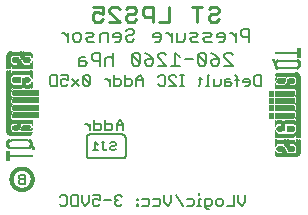
<source format=gbr>
G04 EAGLE Gerber RS-274X export*
G75*
%MOMM*%
%FSLAX34Y34*%
%LPD*%
%INSilkscreen Bottom*%
%IPPOS*%
%AMOC8*
5,1,8,0,0,1.08239X$1,22.5*%
G01*
%ADD10C,0.228600*%
%ADD11C,0.177800*%
%ADD12C,0.127000*%
%ADD13C,0.152400*%
%ADD14C,0.304800*%
%ADD15C,0.203200*%
%ADD16R,0.022863X0.462278*%
%ADD17R,0.022863X0.462281*%
%ADD18R,0.022863X0.436881*%
%ADD19R,0.023113X0.462278*%
%ADD20R,0.023113X0.462281*%
%ADD21R,0.023113X0.436881*%
%ADD22R,0.023116X0.462278*%
%ADD23R,0.023116X0.462281*%
%ADD24R,0.023116X0.436881*%
%ADD25R,0.023113X0.022863*%
%ADD26R,0.023116X0.091441*%
%ADD27R,0.023113X0.139700*%
%ADD28R,0.023116X0.185419*%
%ADD29R,0.023113X0.254000*%
%ADD30R,0.023113X0.299719*%
%ADD31R,0.023116X0.345438*%
%ADD32R,0.023113X0.391159*%
%ADD33R,0.023116X0.393700*%
%ADD34R,0.022863X0.325119*%
%ADD35R,0.022863X0.599438*%
%ADD36R,0.022863X0.622300*%
%ADD37R,0.022863X0.530859*%
%ADD38R,0.022863X0.439422*%
%ADD39R,0.022863X0.231138*%
%ADD40R,0.022863X0.071119*%
%ADD41R,0.022863X0.533400*%
%ADD42R,0.022863X0.208281*%
%ADD43R,0.023113X0.345441*%
%ADD44R,0.023113X0.576578*%
%ADD45R,0.023113X0.599438*%
%ADD46R,0.023113X0.508000*%
%ADD47R,0.023113X0.416563*%
%ADD48R,0.023113X0.208278*%
%ADD49R,0.023113X0.553722*%
%ADD50R,0.023113X0.208281*%
%ADD51R,0.023116X0.345441*%
%ADD52R,0.023116X0.530859*%
%ADD53R,0.023116X0.370841*%
%ADD54R,0.023116X0.162559*%
%ADD55R,0.023116X0.576581*%
%ADD56R,0.023116X0.208281*%
%ADD57R,0.023113X0.322578*%
%ADD58R,0.023113X0.485137*%
%ADD59R,0.023113X0.416559*%
%ADD60R,0.023113X0.347981*%
%ADD61R,0.023113X0.116838*%
%ADD62R,0.023113X0.647700*%
%ADD63R,0.023116X0.322581*%
%ADD64R,0.023116X0.485137*%
%ADD65R,0.023116X0.093978*%
%ADD66R,0.023116X0.231141*%
%ADD67R,0.023116X0.693419*%
%ADD68R,0.023113X0.322581*%
%ADD69R,0.023113X0.439419*%
%ADD70R,0.023113X0.370841*%
%ADD71R,0.023113X0.299722*%
%ADD72R,0.023113X0.045719*%
%ADD73R,0.023113X0.739138*%
%ADD74R,0.023113X0.414019*%
%ADD75R,0.023113X0.347978*%
%ADD76R,0.023113X0.762000*%
%ADD77R,0.023116X0.414019*%
%ADD78R,0.023116X0.182881*%
%ADD79R,0.023116X0.347978*%
%ADD80R,0.023116X0.276863*%
%ADD81R,0.023116X0.116841*%
%ADD82R,0.023116X0.276859*%
%ADD83R,0.023116X0.784863*%
%ADD84R,0.023113X0.325119*%
%ADD85R,0.023113X0.276863*%
%ADD86R,0.023113X0.276859*%
%ADD87R,0.023116X0.325119*%
%ADD88R,0.023116X0.391159*%
%ADD89R,0.023116X0.302259*%
%ADD90R,0.023116X0.254000*%
%ADD91R,0.023113X0.302259*%
%ADD92R,0.023113X0.393700*%
%ADD93R,0.023113X0.231141*%
%ADD94R,0.022863X0.302259*%
%ADD95R,0.022863X0.439419*%
%ADD96R,0.022863X0.368300*%
%ADD97R,0.022863X0.391159*%
%ADD98R,0.022863X0.416559*%
%ADD99R,0.022863X0.276863*%
%ADD100R,0.022863X0.205741*%
%ADD101R,0.023113X0.368300*%
%ADD102R,0.023113X0.205741*%
%ADD103R,0.023116X0.368300*%
%ADD104R,0.023116X0.205741*%
%ADD105R,0.023113X0.182881*%
%ADD106R,0.022863X0.276859*%
%ADD107R,0.022863X0.182881*%
%ADD108R,0.023113X0.924559*%
%ADD109R,0.023116X0.924559*%
%ADD110R,0.023113X0.901700*%
%ADD111R,0.023116X0.901700*%
%ADD112R,0.023113X0.878841*%
%ADD113R,0.023116X0.855981*%
%ADD114R,0.023113X0.833119*%
%ADD115R,0.022863X0.787400*%
%ADD116R,0.022863X0.414019*%
%ADD117R,0.022863X0.924559*%
%ADD118R,0.023113X0.739141*%
%ADD119R,0.023116X0.716281*%
%ADD120R,0.023116X0.299722*%
%ADD121R,0.023113X0.670559*%
%ADD122R,0.023116X0.647700*%
%ADD123R,0.023116X0.508000*%
%ADD124R,0.023116X0.299719*%
%ADD125R,0.023113X0.601981*%
%ADD126R,0.023113X0.530859*%
%ADD127R,0.023113X0.231138*%
%ADD128R,0.023113X0.556259*%
%ADD129R,0.023113X0.185419*%
%ADD130R,0.023116X0.533400*%
%ADD131R,0.023116X0.599438*%
%ADD132R,0.023116X0.416563*%
%ADD133R,0.023116X0.116838*%
%ADD134R,0.023113X0.485141*%
%ADD135R,0.023113X0.645159*%
%ADD136R,0.023113X0.716278*%
%ADD137R,0.022863X0.393700*%
%ADD138R,0.022863X0.762000*%
%ADD139R,0.022863X0.624841*%
%ADD140R,0.023113X0.784859*%
%ADD141R,0.023113X0.693422*%
%ADD142R,0.023116X0.830578*%
%ADD143R,0.023116X0.739141*%
%ADD144R,0.023113X0.876300*%
%ADD145R,0.023113X0.807722*%
%ADD146R,0.023116X0.899159*%
%ADD147R,0.023116X0.878841*%
%ADD148R,0.023113X0.922019*%
%ADD149R,0.023113X0.947419*%
%ADD150R,0.023116X0.970278*%
%ADD151R,0.023113X0.970278*%
%ADD152R,0.023116X0.439419*%
%ADD153R,0.022863X0.299722*%
%ADD154R,0.023116X0.416559*%
%ADD155R,0.023116X0.347981*%
%ADD156R,0.023113X0.137159*%
%ADD157R,0.023113X0.093978*%
%ADD158R,0.023113X0.091441*%
%ADD159R,0.023113X0.093981*%
%ADD160R,0.023113X0.114300*%
%ADD161R,0.023116X0.045719*%
%ADD162R,0.023116X0.045722*%
%ADD163R,0.023113X0.071119*%
%ADD164R,0.023113X0.116841*%
%ADD165R,0.023116X0.139700*%
%ADD166R,0.022863X0.322581*%
%ADD167R,0.022863X0.345441*%
%ADD168R,0.022863X0.162559*%
%ADD169R,0.022863X0.576581*%
%ADD170R,0.023113X0.668019*%
%ADD171R,0.023113X0.533400*%
%ADD172R,0.023116X1.455419*%
%ADD173R,0.023116X5.519419*%
%ADD174R,0.023113X1.455419*%
%ADD175R,0.023113X5.519419*%
%ADD176R,0.023116X5.494019*%
%ADD177R,0.023113X1.430019*%
%ADD178R,0.023113X5.494019*%
%ADD179R,0.023116X1.430019*%
%ADD180R,0.023116X5.471159*%
%ADD181R,0.023116X0.762000*%
%ADD182R,0.023113X1.407159*%
%ADD183R,0.023113X5.471159*%
%ADD184R,0.022863X1.384300*%
%ADD185R,0.022863X5.448300*%
%ADD186R,0.022863X0.716278*%
%ADD187R,0.022863X0.878841*%
%ADD188R,0.023113X1.361438*%
%ADD189R,0.023113X5.425438*%
%ADD190R,0.023116X1.338578*%
%ADD191R,0.023116X5.402578*%
%ADD192R,0.023116X0.624841*%
%ADD193R,0.023113X1.292859*%
%ADD194R,0.023113X5.356859*%
%ADD195R,0.023116X1.224278*%
%ADD196R,0.023116X5.288278*%


D10*
X173345Y169427D02*
X175506Y171588D01*
X179827Y171588D01*
X181988Y169427D01*
X181988Y167266D01*
X179827Y165106D01*
X175506Y165106D01*
X173345Y162945D01*
X173345Y160784D01*
X175506Y158623D01*
X179827Y158623D01*
X181988Y160784D01*
X163634Y158623D02*
X163634Y171588D01*
X167955Y171588D02*
X159312Y171588D01*
X139890Y171588D02*
X139890Y158623D01*
X131246Y158623D01*
X125857Y158623D02*
X125857Y171588D01*
X119375Y171588D01*
X117214Y169427D01*
X117214Y165106D01*
X119375Y162945D01*
X125857Y162945D01*
X105342Y171588D02*
X103181Y169427D01*
X105342Y171588D02*
X109663Y171588D01*
X111824Y169427D01*
X111824Y167266D01*
X109663Y165106D01*
X105342Y165106D01*
X103181Y162945D01*
X103181Y160784D01*
X105342Y158623D01*
X109663Y158623D01*
X111824Y160784D01*
X97791Y158623D02*
X89148Y158623D01*
X97791Y158623D02*
X89148Y167266D01*
X89148Y169427D01*
X91309Y171588D01*
X95631Y171588D01*
X97791Y169427D01*
X83759Y171588D02*
X75115Y171588D01*
X83759Y171588D02*
X83759Y165106D01*
X79437Y167266D01*
X77276Y167266D01*
X75115Y165106D01*
X75115Y160784D01*
X77276Y158623D01*
X81598Y158623D01*
X83759Y160784D01*
D11*
X207501Y152536D02*
X207501Y142113D01*
X207501Y152536D02*
X202290Y152536D01*
X200553Y150799D01*
X200553Y147324D01*
X202290Y145587D01*
X207501Y145587D01*
X196275Y142113D02*
X196275Y149062D01*
X192801Y149062D02*
X196275Y145587D01*
X192801Y149062D02*
X191064Y149062D01*
X185183Y142113D02*
X181708Y142113D01*
X185183Y142113D02*
X186920Y143850D01*
X186920Y147324D01*
X185183Y149062D01*
X181708Y149062D01*
X179971Y147324D01*
X179971Y145587D01*
X186920Y145587D01*
X175694Y142113D02*
X170482Y142113D01*
X168745Y143850D01*
X170482Y145587D01*
X173956Y145587D01*
X175694Y147324D01*
X173956Y149062D01*
X168745Y149062D01*
X164467Y142113D02*
X159256Y142113D01*
X157519Y143850D01*
X159256Y145587D01*
X162730Y145587D01*
X164467Y147324D01*
X162730Y149062D01*
X157519Y149062D01*
X153241Y149062D02*
X153241Y143850D01*
X151504Y142113D01*
X146293Y142113D01*
X146293Y149062D01*
X142015Y149062D02*
X142015Y142113D01*
X142015Y145587D02*
X138541Y149062D01*
X136803Y149062D01*
X130923Y142113D02*
X127448Y142113D01*
X130923Y142113D02*
X132660Y143850D01*
X132660Y147324D01*
X130923Y149062D01*
X127448Y149062D01*
X125711Y147324D01*
X125711Y145587D01*
X132660Y145587D01*
X104996Y152536D02*
X103259Y150799D01*
X104996Y152536D02*
X108470Y152536D01*
X110207Y150799D01*
X110207Y149062D01*
X108470Y147324D01*
X104996Y147324D01*
X103259Y145587D01*
X103259Y143850D01*
X104996Y142113D01*
X108470Y142113D01*
X110207Y143850D01*
X97244Y142113D02*
X93770Y142113D01*
X97244Y142113D02*
X98981Y143850D01*
X98981Y147324D01*
X97244Y149062D01*
X93770Y149062D01*
X92032Y147324D01*
X92032Y145587D01*
X98981Y145587D01*
X87755Y142113D02*
X87755Y149062D01*
X82543Y149062D01*
X80806Y147324D01*
X80806Y142113D01*
X76529Y142113D02*
X71317Y142113D01*
X69580Y143850D01*
X71317Y145587D01*
X74792Y145587D01*
X76529Y147324D01*
X74792Y149062D01*
X69580Y149062D01*
X63565Y142113D02*
X60091Y142113D01*
X58354Y143850D01*
X58354Y147324D01*
X60091Y149062D01*
X63565Y149062D01*
X65302Y147324D01*
X65302Y143850D01*
X63565Y142113D01*
X54076Y142113D02*
X54076Y149062D01*
X50602Y149062D02*
X54076Y145587D01*
X50602Y149062D02*
X48865Y149062D01*
D12*
X204124Y12073D02*
X204124Y6141D01*
X201158Y3175D01*
X198192Y6141D01*
X198192Y12073D01*
X194769Y12073D02*
X194769Y3175D01*
X188837Y3175D01*
X183930Y3175D02*
X180965Y3175D01*
X179482Y4658D01*
X179482Y7624D01*
X180965Y9107D01*
X183930Y9107D01*
X185413Y7624D01*
X185413Y4658D01*
X183930Y3175D01*
X173092Y209D02*
X171609Y209D01*
X170126Y1692D01*
X170126Y9107D01*
X174575Y9107D01*
X176058Y7624D01*
X176058Y4658D01*
X174575Y3175D01*
X170126Y3175D01*
X166703Y9107D02*
X165220Y9107D01*
X165220Y3175D01*
X166703Y3175D02*
X163737Y3175D01*
X165220Y12073D02*
X165220Y13556D01*
X158983Y9107D02*
X154535Y9107D01*
X158983Y9107D02*
X160466Y7624D01*
X160466Y4658D01*
X158983Y3175D01*
X154535Y3175D01*
X151111Y3175D02*
X145179Y12073D01*
X141756Y12073D02*
X141756Y6141D01*
X138790Y3175D01*
X135824Y6141D01*
X135824Y12073D01*
X130918Y9107D02*
X126469Y9107D01*
X130918Y9107D02*
X132401Y7624D01*
X132401Y4658D01*
X130918Y3175D01*
X126469Y3175D01*
X121563Y9107D02*
X117114Y9107D01*
X121563Y9107D02*
X123045Y7624D01*
X123045Y4658D01*
X121563Y3175D01*
X117114Y3175D01*
X113690Y9107D02*
X112207Y9107D01*
X112207Y7624D01*
X113690Y7624D01*
X113690Y9107D01*
X113690Y4658D02*
X112207Y4658D01*
X112207Y3175D01*
X113690Y3175D01*
X113690Y4658D01*
X99658Y10590D02*
X98175Y12073D01*
X95209Y12073D01*
X93726Y10590D01*
X93726Y9107D01*
X95209Y7624D01*
X96692Y7624D01*
X95209Y7624D02*
X93726Y6141D01*
X93726Y4658D01*
X95209Y3175D01*
X98175Y3175D01*
X99658Y4658D01*
X90302Y7624D02*
X84371Y7624D01*
X80947Y12073D02*
X75015Y12073D01*
X80947Y12073D02*
X80947Y7624D01*
X77981Y9107D01*
X76498Y9107D01*
X75015Y7624D01*
X75015Y4658D01*
X76498Y3175D01*
X79464Y3175D01*
X80947Y4658D01*
X71592Y6141D02*
X71592Y12073D01*
X71592Y6141D02*
X68626Y3175D01*
X65660Y6141D01*
X65660Y12073D01*
X62237Y12073D02*
X62237Y3175D01*
X57788Y3175D01*
X56305Y4658D01*
X56305Y10590D01*
X57788Y12073D01*
X62237Y12073D01*
X48433Y12073D02*
X46950Y10590D01*
X48433Y12073D02*
X51399Y12073D01*
X52882Y10590D01*
X52882Y4658D01*
X51399Y3175D01*
X48433Y3175D01*
X46950Y4658D01*
D11*
X186520Y121793D02*
X193468Y121793D01*
X186520Y128742D01*
X186520Y130479D01*
X188257Y132216D01*
X191731Y132216D01*
X193468Y130479D01*
X178768Y130479D02*
X175294Y132216D01*
X178768Y130479D02*
X182242Y127004D01*
X182242Y123530D01*
X180505Y121793D01*
X177031Y121793D01*
X175294Y123530D01*
X175294Y125267D01*
X177031Y127004D01*
X182242Y127004D01*
X171016Y123530D02*
X171016Y130479D01*
X169279Y132216D01*
X165805Y132216D01*
X164067Y130479D01*
X164067Y123530D01*
X165805Y121793D01*
X169279Y121793D01*
X171016Y123530D01*
X164067Y130479D01*
X159790Y127004D02*
X152841Y127004D01*
X148564Y128742D02*
X145089Y132216D01*
X145089Y121793D01*
X141615Y121793D02*
X148564Y121793D01*
X137337Y121793D02*
X130389Y121793D01*
X137337Y121793D02*
X130389Y128742D01*
X130389Y130479D01*
X132126Y132216D01*
X135600Y132216D01*
X137337Y130479D01*
X122637Y130479D02*
X119163Y132216D01*
X122637Y130479D02*
X126111Y127004D01*
X126111Y123530D01*
X124374Y121793D01*
X120900Y121793D01*
X119163Y123530D01*
X119163Y125267D01*
X120900Y127004D01*
X126111Y127004D01*
X114885Y123530D02*
X114885Y130479D01*
X113148Y132216D01*
X109673Y132216D01*
X107936Y130479D01*
X107936Y123530D01*
X109673Y121793D01*
X113148Y121793D01*
X114885Y123530D01*
X107936Y130479D01*
X92432Y132216D02*
X92432Y121793D01*
X92432Y127004D02*
X90695Y128742D01*
X87221Y128742D01*
X85484Y127004D01*
X85484Y121793D01*
X81206Y121793D02*
X81206Y132216D01*
X75995Y132216D01*
X74258Y130479D01*
X74258Y127004D01*
X75995Y125267D01*
X81206Y125267D01*
X68243Y128742D02*
X64769Y128742D01*
X63031Y127004D01*
X63031Y121793D01*
X68243Y121793D01*
X69980Y123530D01*
X68243Y125267D01*
X63031Y125267D01*
D13*
X100989Y72564D02*
X100989Y66802D01*
X100989Y72564D02*
X98108Y75445D01*
X95227Y72564D01*
X95227Y66802D01*
X95227Y71124D02*
X100989Y71124D01*
X85871Y75445D02*
X85871Y66802D01*
X90193Y66802D01*
X91634Y68243D01*
X91634Y71124D01*
X90193Y72564D01*
X85871Y72564D01*
X76516Y75445D02*
X76516Y66802D01*
X80838Y66802D01*
X82278Y68243D01*
X82278Y71124D01*
X80838Y72564D01*
X76516Y72564D01*
X72923Y72564D02*
X72923Y66802D01*
X72923Y69683D02*
X70042Y72564D01*
X68602Y72564D01*
D12*
X217578Y104775D02*
X217578Y113673D01*
X217578Y104775D02*
X213129Y104775D01*
X211646Y106258D01*
X211646Y112190D01*
X213129Y113673D01*
X217578Y113673D01*
X206740Y104775D02*
X203774Y104775D01*
X206740Y104775D02*
X208223Y106258D01*
X208223Y109224D01*
X206740Y110707D01*
X203774Y110707D01*
X202291Y109224D01*
X202291Y107741D01*
X208223Y107741D01*
X197385Y104775D02*
X197385Y112190D01*
X195902Y113673D01*
X195902Y109224D02*
X198868Y109224D01*
X191148Y110707D02*
X188182Y110707D01*
X186699Y109224D01*
X186699Y104775D01*
X191148Y104775D01*
X192631Y106258D01*
X191148Y107741D01*
X186699Y107741D01*
X183276Y106258D02*
X183276Y110707D01*
X183276Y106258D02*
X181793Y104775D01*
X177344Y104775D01*
X177344Y110707D01*
X173921Y113673D02*
X172438Y113673D01*
X172438Y104775D01*
X173921Y104775D02*
X170955Y104775D01*
X166201Y106258D02*
X166201Y112190D01*
X166201Y106258D02*
X164718Y104775D01*
X164718Y110707D02*
X167684Y110707D01*
X152092Y104775D02*
X149126Y104775D01*
X150609Y104775D02*
X150609Y113673D01*
X152092Y113673D02*
X149126Y113673D01*
X145855Y104775D02*
X139923Y104775D01*
X145855Y104775D02*
X139923Y110707D01*
X139923Y112190D01*
X141406Y113673D01*
X144372Y113673D01*
X145855Y112190D01*
X132051Y113673D02*
X130568Y112190D01*
X132051Y113673D02*
X135017Y113673D01*
X136500Y112190D01*
X136500Y106258D01*
X135017Y104775D01*
X132051Y104775D01*
X130568Y106258D01*
X117790Y104775D02*
X117790Y110707D01*
X114824Y113673D01*
X111858Y110707D01*
X111858Y104775D01*
X111858Y109224D02*
X117790Y109224D01*
X102503Y113673D02*
X102503Y104775D01*
X106951Y104775D01*
X108434Y106258D01*
X108434Y109224D01*
X106951Y110707D01*
X102503Y110707D01*
X93147Y113673D02*
X93147Y104775D01*
X97596Y104775D01*
X99079Y106258D01*
X99079Y109224D01*
X97596Y110707D01*
X93147Y110707D01*
X89724Y110707D02*
X89724Y104775D01*
X89724Y107741D02*
X86758Y110707D01*
X85275Y110707D01*
X72573Y112190D02*
X72573Y106258D01*
X72573Y112190D02*
X71090Y113673D01*
X68124Y113673D01*
X66641Y112190D01*
X66641Y106258D01*
X68124Y104775D01*
X71090Y104775D01*
X72573Y106258D01*
X66641Y112190D01*
X63218Y110707D02*
X57286Y104775D01*
X63218Y104775D02*
X57286Y110707D01*
X53862Y113673D02*
X47931Y113673D01*
X53862Y113673D02*
X53862Y109224D01*
X50897Y110707D01*
X49414Y110707D01*
X47931Y109224D01*
X47931Y106258D01*
X49414Y104775D01*
X52380Y104775D01*
X53862Y106258D01*
X44507Y104775D02*
X44507Y113673D01*
X44507Y104775D02*
X40058Y104775D01*
X38576Y106258D01*
X38576Y112190D01*
X40058Y113673D01*
X44507Y113673D01*
D14*
X6260Y25400D02*
X6263Y25620D01*
X6271Y25841D01*
X6284Y26061D01*
X6303Y26280D01*
X6328Y26499D01*
X6357Y26718D01*
X6392Y26935D01*
X6433Y27152D01*
X6478Y27368D01*
X6529Y27582D01*
X6585Y27795D01*
X6647Y28007D01*
X6713Y28217D01*
X6785Y28425D01*
X6862Y28632D01*
X6944Y28836D01*
X7030Y29039D01*
X7122Y29239D01*
X7219Y29438D01*
X7320Y29633D01*
X7427Y29826D01*
X7538Y30017D01*
X7653Y30204D01*
X7773Y30389D01*
X7898Y30571D01*
X8027Y30749D01*
X8161Y30925D01*
X8298Y31097D01*
X8440Y31265D01*
X8586Y31431D01*
X8736Y31592D01*
X8890Y31750D01*
X9048Y31904D01*
X9209Y32054D01*
X9375Y32200D01*
X9543Y32342D01*
X9715Y32479D01*
X9891Y32613D01*
X10069Y32742D01*
X10251Y32867D01*
X10436Y32987D01*
X10623Y33102D01*
X10814Y33213D01*
X11007Y33320D01*
X11202Y33421D01*
X11401Y33518D01*
X11601Y33610D01*
X11804Y33696D01*
X12008Y33778D01*
X12215Y33855D01*
X12423Y33927D01*
X12633Y33993D01*
X12845Y34055D01*
X13058Y34111D01*
X13272Y34162D01*
X13488Y34207D01*
X13705Y34248D01*
X13922Y34283D01*
X14141Y34312D01*
X14360Y34337D01*
X14579Y34356D01*
X14799Y34369D01*
X15020Y34377D01*
X15240Y34380D01*
X15460Y34377D01*
X15681Y34369D01*
X15901Y34356D01*
X16120Y34337D01*
X16339Y34312D01*
X16558Y34283D01*
X16775Y34248D01*
X16992Y34207D01*
X17208Y34162D01*
X17422Y34111D01*
X17635Y34055D01*
X17847Y33993D01*
X18057Y33927D01*
X18265Y33855D01*
X18472Y33778D01*
X18676Y33696D01*
X18879Y33610D01*
X19079Y33518D01*
X19278Y33421D01*
X19473Y33320D01*
X19666Y33213D01*
X19857Y33102D01*
X20044Y32987D01*
X20229Y32867D01*
X20411Y32742D01*
X20589Y32613D01*
X20765Y32479D01*
X20937Y32342D01*
X21105Y32200D01*
X21271Y32054D01*
X21432Y31904D01*
X21590Y31750D01*
X21744Y31592D01*
X21894Y31431D01*
X22040Y31265D01*
X22182Y31097D01*
X22319Y30925D01*
X22453Y30749D01*
X22582Y30571D01*
X22707Y30389D01*
X22827Y30204D01*
X22942Y30017D01*
X23053Y29826D01*
X23160Y29633D01*
X23261Y29438D01*
X23358Y29239D01*
X23450Y29039D01*
X23536Y28836D01*
X23618Y28632D01*
X23695Y28425D01*
X23767Y28217D01*
X23833Y28007D01*
X23895Y27795D01*
X23951Y27582D01*
X24002Y27368D01*
X24047Y27152D01*
X24088Y26935D01*
X24123Y26718D01*
X24152Y26499D01*
X24177Y26280D01*
X24196Y26061D01*
X24209Y25841D01*
X24217Y25620D01*
X24220Y25400D01*
X24217Y25180D01*
X24209Y24959D01*
X24196Y24739D01*
X24177Y24520D01*
X24152Y24301D01*
X24123Y24082D01*
X24088Y23865D01*
X24047Y23648D01*
X24002Y23432D01*
X23951Y23218D01*
X23895Y23005D01*
X23833Y22793D01*
X23767Y22583D01*
X23695Y22375D01*
X23618Y22168D01*
X23536Y21964D01*
X23450Y21761D01*
X23358Y21561D01*
X23261Y21362D01*
X23160Y21167D01*
X23053Y20974D01*
X22942Y20783D01*
X22827Y20596D01*
X22707Y20411D01*
X22582Y20229D01*
X22453Y20051D01*
X22319Y19875D01*
X22182Y19703D01*
X22040Y19535D01*
X21894Y19369D01*
X21744Y19208D01*
X21590Y19050D01*
X21432Y18896D01*
X21271Y18746D01*
X21105Y18600D01*
X20937Y18458D01*
X20765Y18321D01*
X20589Y18187D01*
X20411Y18058D01*
X20229Y17933D01*
X20044Y17813D01*
X19857Y17698D01*
X19666Y17587D01*
X19473Y17480D01*
X19278Y17379D01*
X19079Y17282D01*
X18879Y17190D01*
X18676Y17104D01*
X18472Y17022D01*
X18265Y16945D01*
X18057Y16873D01*
X17847Y16807D01*
X17635Y16745D01*
X17422Y16689D01*
X17208Y16638D01*
X16992Y16593D01*
X16775Y16552D01*
X16558Y16517D01*
X16339Y16488D01*
X16120Y16463D01*
X15901Y16444D01*
X15681Y16431D01*
X15460Y16423D01*
X15240Y16420D01*
X15020Y16423D01*
X14799Y16431D01*
X14579Y16444D01*
X14360Y16463D01*
X14141Y16488D01*
X13922Y16517D01*
X13705Y16552D01*
X13488Y16593D01*
X13272Y16638D01*
X13058Y16689D01*
X12845Y16745D01*
X12633Y16807D01*
X12423Y16873D01*
X12215Y16945D01*
X12008Y17022D01*
X11804Y17104D01*
X11601Y17190D01*
X11401Y17282D01*
X11202Y17379D01*
X11007Y17480D01*
X10814Y17587D01*
X10623Y17698D01*
X10436Y17813D01*
X10251Y17933D01*
X10069Y18058D01*
X9891Y18187D01*
X9715Y18321D01*
X9543Y18458D01*
X9375Y18600D01*
X9209Y18746D01*
X9048Y18896D01*
X8890Y19050D01*
X8736Y19208D01*
X8586Y19369D01*
X8440Y19535D01*
X8298Y19703D01*
X8161Y19875D01*
X8027Y20051D01*
X7898Y20229D01*
X7773Y20411D01*
X7653Y20596D01*
X7538Y20783D01*
X7427Y20974D01*
X7320Y21167D01*
X7219Y21362D01*
X7122Y21561D01*
X7030Y21761D01*
X6944Y21964D01*
X6862Y22168D01*
X6785Y22375D01*
X6713Y22583D01*
X6647Y22793D01*
X6585Y23005D01*
X6529Y23218D01*
X6478Y23432D01*
X6433Y23648D01*
X6392Y23865D01*
X6357Y24082D01*
X6328Y24301D01*
X6303Y24520D01*
X6284Y24739D01*
X6271Y24959D01*
X6263Y25180D01*
X6260Y25400D01*
D15*
X17780Y21336D02*
X17780Y29471D01*
X13713Y29471D01*
X12357Y28115D01*
X12357Y26759D01*
X13713Y25403D01*
X12357Y24048D01*
X12357Y22692D01*
X13713Y21336D01*
X17780Y21336D01*
X17780Y25403D02*
X13713Y25403D01*
D16*
X224790Y79197D03*
D17*
X224790Y85446D03*
X224790Y91669D03*
D18*
X224790Y98019D03*
D19*
X225020Y79197D03*
D20*
X225020Y85446D03*
X225020Y91669D03*
D21*
X225020Y98019D03*
D22*
X225251Y79197D03*
D23*
X225251Y85446D03*
X225251Y91669D03*
D24*
X225251Y98019D03*
D19*
X225482Y79197D03*
D20*
X225482Y85446D03*
X225482Y91669D03*
D21*
X225482Y98019D03*
D22*
X225713Y79197D03*
D23*
X225713Y85446D03*
X225713Y91669D03*
D24*
X225713Y98019D03*
D19*
X225944Y79197D03*
D20*
X225944Y85446D03*
X225944Y91669D03*
D21*
X225944Y98019D03*
D19*
X226176Y79197D03*
D20*
X226176Y85446D03*
X226176Y91669D03*
D21*
X226176Y98019D03*
D22*
X226407Y79197D03*
D23*
X226407Y85446D03*
X226407Y91669D03*
D24*
X226407Y98019D03*
D19*
X226638Y79197D03*
D20*
X226638Y85446D03*
X226638Y91669D03*
D21*
X226638Y98019D03*
D22*
X226869Y79197D03*
D23*
X226869Y85446D03*
X226869Y91669D03*
D24*
X226869Y98019D03*
D19*
X227100Y79197D03*
D20*
X227100Y85446D03*
X227100Y91669D03*
D21*
X227100Y98019D03*
D16*
X227330Y79197D03*
D17*
X227330Y85446D03*
X227330Y91669D03*
D18*
X227330Y98019D03*
D19*
X227560Y79197D03*
D20*
X227560Y85446D03*
X227560Y91669D03*
D21*
X227560Y98019D03*
D25*
X227560Y126429D03*
D22*
X227791Y79197D03*
D23*
X227791Y85446D03*
X227791Y91669D03*
D24*
X227791Y98019D03*
D26*
X227791Y126314D03*
D19*
X228022Y79197D03*
D20*
X228022Y85446D03*
X228022Y91669D03*
D21*
X228022Y98019D03*
D27*
X228022Y126073D03*
D22*
X228253Y79197D03*
D23*
X228253Y85446D03*
X228253Y91669D03*
D24*
X228253Y98019D03*
D28*
X228253Y126073D03*
D19*
X228484Y79197D03*
D20*
X228484Y85446D03*
X228484Y91669D03*
D21*
X228484Y98019D03*
D29*
X228484Y125959D03*
D19*
X228716Y79197D03*
D20*
X228716Y85446D03*
X228716Y91669D03*
D21*
X228716Y98019D03*
D30*
X228716Y125730D03*
D22*
X228947Y79197D03*
D23*
X228947Y85446D03*
X228947Y91669D03*
D24*
X228947Y98019D03*
D31*
X228947Y125730D03*
D32*
X229178Y125501D03*
D33*
X229409Y125032D03*
D19*
X229640Y124003D03*
D34*
X229870Y48031D03*
D35*
X229870Y55880D03*
D36*
X229870Y63614D03*
D37*
X229870Y72631D03*
D16*
X229870Y79197D03*
D17*
X229870Y85446D03*
X229870Y91669D03*
D18*
X229870Y98019D03*
D38*
X229870Y104254D03*
D39*
X229870Y109919D03*
D40*
X229870Y113030D03*
D41*
X229870Y123190D03*
D42*
X229870Y132436D03*
D43*
X230100Y47676D03*
D44*
X230100Y55994D03*
D45*
X230100Y63500D03*
D46*
X230100Y72746D03*
D19*
X230100Y79197D03*
D20*
X230100Y85446D03*
X230100Y91669D03*
D21*
X230100Y98019D03*
D47*
X230100Y104140D03*
D48*
X230100Y110033D03*
D27*
X230100Y113373D03*
D49*
X230100Y122606D03*
D50*
X230100Y132436D03*
D51*
X230331Y47219D03*
D52*
X230331Y56223D03*
X230331Y63157D03*
D22*
X230331Y72974D03*
X230331Y79197D03*
D23*
X230331Y85446D03*
X230331Y91669D03*
D24*
X230331Y98019D03*
D53*
X230331Y103911D03*
D54*
X230331Y110261D03*
D28*
X230331Y113602D03*
D55*
X230331Y122492D03*
D56*
X230331Y132436D03*
D57*
X230562Y46876D03*
D58*
X230562Y56452D03*
D46*
X230562Y63043D03*
D59*
X230562Y73203D03*
D19*
X230562Y79197D03*
D20*
X230562Y85446D03*
X230562Y91669D03*
D21*
X230562Y98019D03*
D60*
X230562Y103797D03*
D61*
X230562Y110490D03*
D48*
X230562Y113716D03*
D62*
X230562Y122619D03*
D50*
X230562Y132436D03*
D63*
X230793Y46647D03*
D22*
X230793Y56566D03*
D64*
X230793Y62929D03*
D33*
X230793Y73317D03*
D22*
X230793Y79197D03*
D23*
X230793Y85446D03*
X230793Y91669D03*
D24*
X230793Y98019D03*
D63*
X230793Y103670D03*
D65*
X230793Y110604D03*
D66*
X230793Y113830D03*
D67*
X230793Y122619D03*
D56*
X230793Y132436D03*
D68*
X231024Y46419D03*
D69*
X231024Y56680D03*
D19*
X231024Y62814D03*
D70*
X231024Y73431D03*
D19*
X231024Y79197D03*
D20*
X231024Y85446D03*
X231024Y91669D03*
D21*
X231024Y98019D03*
D71*
X231024Y103556D03*
D72*
X231024Y110846D03*
D29*
X231024Y113944D03*
D73*
X231024Y122619D03*
D50*
X231024Y132436D03*
D68*
X231256Y46190D03*
D74*
X231256Y56807D03*
D69*
X231256Y62700D03*
D75*
X231256Y73546D03*
D19*
X231256Y79197D03*
D20*
X231256Y85446D03*
X231256Y91669D03*
D21*
X231256Y98019D03*
D71*
X231256Y103556D03*
D29*
X231256Y113944D03*
D76*
X231256Y122504D03*
D50*
X231256Y132436D03*
D63*
X231487Y46190D03*
D66*
X231487Y51270D03*
D77*
X231487Y56807D03*
X231487Y62573D03*
D78*
X231487Y68351D03*
D79*
X231487Y73546D03*
D22*
X231487Y79197D03*
D23*
X231487Y85446D03*
X231487Y91669D03*
D24*
X231487Y98019D03*
D80*
X231487Y103442D03*
D81*
X231487Y108179D03*
D82*
X231487Y114059D03*
D83*
X231487Y122619D03*
D56*
X231487Y132436D03*
D84*
X231718Y45949D03*
D68*
X231718Y51270D03*
D32*
X231718Y56921D03*
D74*
X231718Y62573D03*
D84*
X231718Y68351D03*
X231718Y73660D03*
D19*
X231718Y79197D03*
D20*
X231718Y85446D03*
X231718Y91669D03*
D21*
X231718Y98019D03*
D85*
X231718Y103442D03*
D86*
X231718Y108293D03*
X231718Y114059D03*
D85*
X231718Y120079D03*
D86*
X231718Y125387D03*
D50*
X231718Y132436D03*
D87*
X231949Y45949D03*
D53*
X231949Y51257D03*
D88*
X231949Y56921D03*
D77*
X231949Y62573D03*
D53*
X231949Y68351D03*
D87*
X231949Y73660D03*
D22*
X231949Y79197D03*
D23*
X231949Y85446D03*
X231949Y91669D03*
D24*
X231949Y98019D03*
D80*
X231949Y103442D03*
D51*
X231949Y108407D03*
D89*
X231949Y114186D03*
D90*
X231949Y119736D03*
D66*
X231949Y125616D03*
D56*
X231949Y132436D03*
D84*
X232180Y45949D03*
D59*
X232180Y51257D03*
D32*
X232180Y56921D03*
X232180Y62459D03*
D59*
X232180Y68351D03*
D91*
X232180Y73774D03*
D19*
X232180Y79197D03*
D20*
X232180Y85446D03*
X232180Y91669D03*
D21*
X232180Y98019D03*
D85*
X232180Y103442D03*
D92*
X232180Y108649D03*
D91*
X232180Y114186D03*
D93*
X232180Y119621D03*
D50*
X232180Y125730D03*
X232180Y132436D03*
D94*
X232410Y45834D03*
D95*
X232410Y51143D03*
D96*
X232410Y57036D03*
D97*
X232410Y62459D03*
D98*
X232410Y68351D03*
D94*
X232410Y73774D03*
D16*
X232410Y79197D03*
D17*
X232410Y85446D03*
X232410Y91669D03*
D18*
X232410Y98019D03*
D99*
X232410Y103442D03*
D95*
X232410Y108649D03*
D94*
X232410Y114186D03*
D100*
X232410Y119494D03*
D42*
X232410Y125730D03*
X232410Y132436D03*
D91*
X232640Y45834D03*
D19*
X232640Y51257D03*
D101*
X232640Y57036D03*
D32*
X232640Y62459D03*
D20*
X232640Y68351D03*
D91*
X232640Y73774D03*
D19*
X232640Y79197D03*
D20*
X232640Y85446D03*
X232640Y91669D03*
D21*
X232640Y98019D03*
D85*
X232640Y103442D03*
D19*
X232640Y108763D03*
D91*
X232640Y114186D03*
D102*
X232640Y119494D03*
D50*
X232640Y125959D03*
X232640Y132436D03*
D89*
X232871Y45834D03*
D22*
X232871Y51257D03*
D103*
X232871Y57036D03*
D88*
X232871Y62459D03*
D23*
X232871Y68351D03*
D89*
X232871Y73774D03*
D22*
X232871Y79197D03*
D23*
X232871Y85446D03*
X232871Y91669D03*
D24*
X232871Y98019D03*
D80*
X232871Y103442D03*
D22*
X232871Y108763D03*
D89*
X232871Y114186D03*
D104*
X232871Y119494D03*
D56*
X232871Y125959D03*
X232871Y132436D03*
D91*
X233102Y45834D03*
D19*
X233102Y51257D03*
D101*
X233102Y57036D03*
X233102Y62344D03*
D20*
X233102Y68351D03*
D91*
X233102Y73774D03*
D19*
X233102Y79197D03*
D20*
X233102Y85446D03*
X233102Y91669D03*
D21*
X233102Y98019D03*
D85*
X233102Y103442D03*
D19*
X233102Y108763D03*
D91*
X233102Y114186D03*
D102*
X233102Y119494D03*
D50*
X233102Y125959D03*
X233102Y132436D03*
D89*
X233333Y45834D03*
D22*
X233333Y51257D03*
D103*
X233333Y57036D03*
X233333Y62344D03*
D23*
X233333Y68351D03*
D89*
X233333Y73774D03*
D22*
X233333Y79197D03*
D23*
X233333Y85446D03*
X233333Y91669D03*
D24*
X233333Y98019D03*
D80*
X233333Y103442D03*
D22*
X233333Y108763D03*
D89*
X233333Y114186D03*
D78*
X233333Y119380D03*
D56*
X233333Y125959D03*
X233333Y132436D03*
D91*
X233564Y45834D03*
D19*
X233564Y51257D03*
D101*
X233564Y57036D03*
X233564Y62344D03*
D20*
X233564Y68351D03*
D91*
X233564Y73774D03*
D19*
X233564Y79197D03*
D20*
X233564Y85446D03*
X233564Y91669D03*
D21*
X233564Y98019D03*
D85*
X233564Y103442D03*
D19*
X233564Y108763D03*
D91*
X233564Y114186D03*
D105*
X233564Y119380D03*
D50*
X233564Y125959D03*
X233564Y132436D03*
D91*
X233796Y45834D03*
D19*
X233796Y51257D03*
D101*
X233796Y57036D03*
X233796Y62344D03*
D20*
X233796Y68351D03*
D86*
X233796Y73901D03*
D19*
X233796Y79197D03*
D20*
X233796Y85446D03*
X233796Y91669D03*
D21*
X233796Y98019D03*
D85*
X233796Y103442D03*
D19*
X233796Y108763D03*
D91*
X233796Y114186D03*
D105*
X233796Y119380D03*
D50*
X233796Y125959D03*
X233796Y132436D03*
D89*
X234027Y45834D03*
D22*
X234027Y51257D03*
D103*
X234027Y57036D03*
X234027Y62344D03*
D23*
X234027Y68351D03*
D82*
X234027Y73901D03*
D22*
X234027Y79197D03*
D23*
X234027Y85446D03*
X234027Y91669D03*
D24*
X234027Y98019D03*
D80*
X234027Y103442D03*
D22*
X234027Y108763D03*
D89*
X234027Y114186D03*
D78*
X234027Y119380D03*
D56*
X234027Y125959D03*
X234027Y132436D03*
D91*
X234258Y45834D03*
D19*
X234258Y51257D03*
D101*
X234258Y57036D03*
X234258Y62344D03*
D20*
X234258Y68351D03*
D86*
X234258Y73901D03*
D19*
X234258Y79197D03*
D20*
X234258Y85446D03*
X234258Y91669D03*
D21*
X234258Y98019D03*
D85*
X234258Y103442D03*
D19*
X234258Y108763D03*
D91*
X234258Y114186D03*
D105*
X234258Y119380D03*
D50*
X234258Y125959D03*
X234258Y132436D03*
D89*
X234489Y45834D03*
D22*
X234489Y51257D03*
D103*
X234489Y57036D03*
X234489Y62344D03*
D23*
X234489Y68351D03*
D82*
X234489Y73901D03*
D22*
X234489Y79197D03*
D23*
X234489Y85446D03*
X234489Y91669D03*
D24*
X234489Y98019D03*
D80*
X234489Y103442D03*
D22*
X234489Y108763D03*
D89*
X234489Y114186D03*
D78*
X234489Y119380D03*
D56*
X234489Y125959D03*
X234489Y132436D03*
D91*
X234720Y45834D03*
D19*
X234720Y51257D03*
D101*
X234720Y57036D03*
X234720Y62344D03*
D20*
X234720Y68351D03*
D86*
X234720Y73901D03*
D19*
X234720Y79197D03*
D20*
X234720Y85446D03*
X234720Y91669D03*
D21*
X234720Y98019D03*
D85*
X234720Y103442D03*
D19*
X234720Y108763D03*
D91*
X234720Y114186D03*
D105*
X234720Y119380D03*
D50*
X234720Y125959D03*
X234720Y132436D03*
D94*
X234950Y45834D03*
D16*
X234950Y51257D03*
D96*
X234950Y57036D03*
X234950Y62344D03*
D17*
X234950Y68351D03*
D106*
X234950Y73901D03*
D16*
X234950Y79197D03*
D17*
X234950Y85446D03*
X234950Y91669D03*
D18*
X234950Y98019D03*
D99*
X234950Y103442D03*
D16*
X234950Y108763D03*
D94*
X234950Y114186D03*
D107*
X234950Y119380D03*
D42*
X234950Y125959D03*
X234950Y132436D03*
D91*
X235180Y45834D03*
D19*
X235180Y51257D03*
D101*
X235180Y57036D03*
X235180Y62344D03*
D20*
X235180Y68351D03*
D86*
X235180Y73901D03*
D19*
X235180Y79197D03*
D20*
X235180Y85446D03*
X235180Y91669D03*
D21*
X235180Y98019D03*
D85*
X235180Y103442D03*
D19*
X235180Y108763D03*
D91*
X235180Y114186D03*
D105*
X235180Y119380D03*
D50*
X235180Y125959D03*
X235180Y132436D03*
D89*
X235411Y45834D03*
D22*
X235411Y51257D03*
D103*
X235411Y57036D03*
X235411Y62344D03*
D23*
X235411Y68351D03*
D82*
X235411Y73901D03*
D22*
X235411Y79197D03*
D23*
X235411Y85446D03*
X235411Y91669D03*
D24*
X235411Y98019D03*
D80*
X235411Y103442D03*
D22*
X235411Y108763D03*
D89*
X235411Y114186D03*
D78*
X235411Y119380D03*
D56*
X235411Y125959D03*
X235411Y132436D03*
D91*
X235642Y45834D03*
D19*
X235642Y51257D03*
D101*
X235642Y57036D03*
X235642Y62344D03*
D108*
X235642Y70663D03*
D19*
X235642Y79197D03*
D20*
X235642Y85446D03*
X235642Y91669D03*
D21*
X235642Y98019D03*
D85*
X235642Y103442D03*
D19*
X235642Y108763D03*
D91*
X235642Y114186D03*
D105*
X235642Y119380D03*
D50*
X235642Y125959D03*
X235642Y132436D03*
D89*
X235873Y45834D03*
D22*
X235873Y51257D03*
D103*
X235873Y57036D03*
X235873Y62344D03*
D109*
X235873Y70663D03*
D22*
X235873Y79197D03*
D23*
X235873Y85446D03*
X235873Y91669D03*
D24*
X235873Y98019D03*
D80*
X235873Y103442D03*
D22*
X235873Y108763D03*
D89*
X235873Y114186D03*
D78*
X235873Y119380D03*
D56*
X235873Y125959D03*
X235873Y132436D03*
D91*
X236104Y45834D03*
D69*
X236104Y51143D03*
D101*
X236104Y57036D03*
X236104Y62344D03*
D108*
X236104Y70663D03*
D19*
X236104Y79197D03*
D20*
X236104Y85446D03*
X236104Y91669D03*
D21*
X236104Y98019D03*
D85*
X236104Y103442D03*
D19*
X236104Y108763D03*
D91*
X236104Y114186D03*
D105*
X236104Y119380D03*
D50*
X236104Y125959D03*
X236104Y132436D03*
D110*
X236336Y48832D03*
D101*
X236336Y57036D03*
X236336Y62344D03*
D108*
X236336Y70663D03*
D19*
X236336Y79197D03*
D20*
X236336Y85446D03*
X236336Y91669D03*
D21*
X236336Y98019D03*
D85*
X236336Y103442D03*
D19*
X236336Y108763D03*
D91*
X236336Y114186D03*
D105*
X236336Y119380D03*
D50*
X236336Y125959D03*
X236336Y132436D03*
D111*
X236567Y48832D03*
D103*
X236567Y57036D03*
X236567Y62344D03*
D109*
X236567Y70663D03*
D22*
X236567Y79197D03*
D23*
X236567Y85446D03*
X236567Y91669D03*
D24*
X236567Y98019D03*
D80*
X236567Y103442D03*
D22*
X236567Y108763D03*
D89*
X236567Y114186D03*
D78*
X236567Y119380D03*
D56*
X236567Y125959D03*
X236567Y132436D03*
D112*
X236798Y48717D03*
D32*
X236798Y56921D03*
D101*
X236798Y62344D03*
D108*
X236798Y70663D03*
D19*
X236798Y79197D03*
D20*
X236798Y85446D03*
X236798Y91669D03*
D21*
X236798Y98019D03*
D85*
X236798Y103442D03*
D19*
X236798Y108763D03*
D91*
X236798Y114186D03*
D105*
X236798Y119380D03*
D50*
X236798Y125959D03*
X236798Y132436D03*
D113*
X237029Y48603D03*
D88*
X237029Y56921D03*
D103*
X237029Y62344D03*
D109*
X237029Y70663D03*
D22*
X237029Y79197D03*
D23*
X237029Y85446D03*
X237029Y91669D03*
D24*
X237029Y98019D03*
D80*
X237029Y103442D03*
D22*
X237029Y108763D03*
D89*
X237029Y114186D03*
D78*
X237029Y119380D03*
D56*
X237029Y125959D03*
X237029Y132436D03*
D114*
X237260Y48489D03*
D74*
X237260Y56807D03*
D101*
X237260Y62344D03*
D108*
X237260Y70663D03*
D19*
X237260Y79197D03*
D20*
X237260Y85446D03*
X237260Y91669D03*
D21*
X237260Y98019D03*
D85*
X237260Y103442D03*
D69*
X237260Y108877D03*
D91*
X237260Y114186D03*
D105*
X237260Y119380D03*
D50*
X237260Y125959D03*
X237260Y132436D03*
D115*
X237490Y48260D03*
D116*
X237490Y56807D03*
D96*
X237490Y62344D03*
D117*
X237490Y70663D03*
D16*
X237490Y79197D03*
D17*
X237490Y85446D03*
X237490Y91669D03*
D18*
X237490Y98019D03*
D99*
X237490Y103442D03*
D95*
X237490Y108877D03*
D94*
X237490Y114186D03*
D107*
X237490Y119380D03*
D42*
X237490Y125959D03*
X237490Y132436D03*
D118*
X237720Y48019D03*
D69*
X237720Y56680D03*
D101*
X237720Y62344D03*
D108*
X237720Y70663D03*
D19*
X237720Y79197D03*
D20*
X237720Y85446D03*
X237720Y91669D03*
D21*
X237720Y98019D03*
D71*
X237720Y103556D03*
D59*
X237720Y108991D03*
D91*
X237720Y114186D03*
D105*
X237720Y119380D03*
D50*
X237720Y125959D03*
X237720Y132436D03*
D119*
X237951Y47904D03*
D22*
X237951Y56566D03*
D103*
X237951Y62344D03*
D109*
X237951Y70663D03*
D22*
X237951Y79197D03*
D23*
X237951Y85446D03*
X237951Y91669D03*
D24*
X237951Y98019D03*
D120*
X237951Y103556D03*
D33*
X237951Y109106D03*
D89*
X237951Y114186D03*
D78*
X237951Y119380D03*
D56*
X237951Y125959D03*
X237951Y132436D03*
D121*
X238182Y47676D03*
D58*
X238182Y56452D03*
D101*
X238182Y62344D03*
D108*
X238182Y70663D03*
D19*
X238182Y79197D03*
D20*
X238182Y85446D03*
X238182Y91669D03*
D21*
X238182Y98019D03*
D68*
X238182Y103670D03*
D75*
X238182Y109334D03*
D91*
X238182Y114186D03*
D105*
X238182Y119380D03*
D50*
X238182Y125959D03*
X238182Y132436D03*
D122*
X238413Y47562D03*
D123*
X238413Y56337D03*
D103*
X238413Y62344D03*
D82*
X238413Y73901D03*
D22*
X238413Y79197D03*
D23*
X238413Y85446D03*
X238413Y91669D03*
D24*
X238413Y98019D03*
D63*
X238413Y103670D03*
D124*
X238413Y109576D03*
D89*
X238413Y114186D03*
D78*
X238413Y119380D03*
D56*
X238413Y125959D03*
X238413Y132436D03*
D125*
X238644Y47333D03*
D126*
X238644Y56223D03*
D101*
X238644Y62344D03*
D86*
X238644Y73901D03*
D19*
X238644Y79197D03*
D20*
X238644Y85446D03*
X238644Y91669D03*
D21*
X238644Y98019D03*
D60*
X238644Y103797D03*
D127*
X238644Y109919D03*
D91*
X238644Y114186D03*
D105*
X238644Y119380D03*
D50*
X238644Y125959D03*
X238644Y132436D03*
D128*
X238876Y47104D03*
D44*
X238876Y55994D03*
D101*
X238876Y62344D03*
D86*
X238876Y73901D03*
D19*
X238876Y79197D03*
D20*
X238876Y85446D03*
X238876Y91669D03*
D21*
X238876Y98019D03*
D70*
X238876Y103911D03*
D129*
X238876Y110147D03*
D91*
X238876Y114186D03*
D105*
X238876Y119380D03*
D50*
X238876Y125959D03*
X238876Y132436D03*
D130*
X239107Y46990D03*
D131*
X239107Y55880D03*
D103*
X239107Y62344D03*
D82*
X239107Y73901D03*
D22*
X239107Y79197D03*
D23*
X239107Y85446D03*
X239107Y91669D03*
D24*
X239107Y98019D03*
D132*
X239107Y104140D03*
D133*
X239107Y110490D03*
D89*
X239107Y114186D03*
D78*
X239107Y119380D03*
D56*
X239107Y125959D03*
X239107Y132436D03*
D134*
X239338Y46749D03*
D135*
X239338Y55651D03*
D101*
X239338Y62344D03*
D86*
X239338Y73901D03*
D19*
X239338Y79197D03*
D20*
X239338Y85446D03*
X239338Y91669D03*
D21*
X239338Y98019D03*
D20*
X239338Y104369D03*
D72*
X239338Y110846D03*
D91*
X239338Y114186D03*
D105*
X239338Y119380D03*
D50*
X239338Y125959D03*
X239338Y132436D03*
D23*
X239569Y46634D03*
D67*
X239569Y55410D03*
D103*
X239569Y62344D03*
D82*
X239569Y73901D03*
D22*
X239569Y79197D03*
D23*
X239569Y85446D03*
X239569Y91669D03*
D24*
X239569Y98019D03*
D123*
X239569Y104597D03*
D89*
X239569Y114186D03*
D78*
X239569Y119380D03*
D56*
X239569Y125959D03*
X239569Y132436D03*
D59*
X239800Y46406D03*
D136*
X239800Y55296D03*
D101*
X239800Y62344D03*
D86*
X239800Y73901D03*
D19*
X239800Y79197D03*
D20*
X239800Y85446D03*
X239800Y91669D03*
D21*
X239800Y98019D03*
D49*
X239800Y104826D03*
D91*
X239800Y114186D03*
D105*
X239800Y119380D03*
D50*
X239800Y125959D03*
X239800Y132436D03*
D137*
X240030Y46292D03*
D138*
X240030Y55067D03*
D96*
X240030Y62344D03*
D17*
X240030Y68351D03*
D106*
X240030Y73901D03*
D16*
X240030Y79197D03*
D17*
X240030Y85446D03*
X240030Y91669D03*
D18*
X240030Y98019D03*
D139*
X240030Y105181D03*
D94*
X240030Y114186D03*
D107*
X240030Y119380D03*
D42*
X240030Y125959D03*
X240030Y132436D03*
D70*
X240260Y46177D03*
D140*
X240260Y54953D03*
D101*
X240260Y62344D03*
D20*
X240260Y68351D03*
D86*
X240260Y73901D03*
D19*
X240260Y79197D03*
D20*
X240260Y85446D03*
X240260Y91669D03*
D21*
X240260Y98019D03*
D141*
X240260Y105524D03*
D91*
X240260Y114186D03*
D105*
X240260Y119380D03*
D50*
X240260Y125959D03*
X240260Y132436D03*
D53*
X240491Y46177D03*
D142*
X240491Y54724D03*
D103*
X240491Y62344D03*
D23*
X240491Y68351D03*
D82*
X240491Y73901D03*
D22*
X240491Y79197D03*
D23*
X240491Y85446D03*
X240491Y91669D03*
D24*
X240491Y98019D03*
D143*
X240491Y105753D03*
D89*
X240491Y114186D03*
D78*
X240491Y119380D03*
D56*
X240491Y125959D03*
X240491Y132436D03*
D60*
X240722Y46063D03*
D144*
X240722Y54496D03*
D101*
X240722Y62344D03*
D20*
X240722Y68351D03*
D86*
X240722Y73901D03*
D19*
X240722Y79197D03*
D20*
X240722Y85446D03*
X240722Y91669D03*
D21*
X240722Y98019D03*
D145*
X240722Y106096D03*
D91*
X240722Y114186D03*
D105*
X240722Y119380D03*
D50*
X240722Y125959D03*
X240722Y132436D03*
D87*
X240953Y45949D03*
D146*
X240953Y54381D03*
D103*
X240953Y62344D03*
D23*
X240953Y68351D03*
D82*
X240953Y73901D03*
D22*
X240953Y79197D03*
D23*
X240953Y85446D03*
X240953Y91669D03*
D24*
X240953Y98019D03*
D147*
X240953Y106451D03*
D89*
X240953Y114186D03*
D78*
X240953Y119380D03*
D56*
X240953Y125959D03*
X240953Y132436D03*
D84*
X241184Y45949D03*
D148*
X241184Y54267D03*
D101*
X241184Y62344D03*
D20*
X241184Y68351D03*
D86*
X241184Y73901D03*
D19*
X241184Y79197D03*
D20*
X241184Y85446D03*
X241184Y91669D03*
D21*
X241184Y98019D03*
D110*
X241184Y106566D03*
D91*
X241184Y114186D03*
D105*
X241184Y119380D03*
D50*
X241184Y125959D03*
X241184Y132436D03*
D84*
X241416Y45949D03*
D149*
X241416Y54140D03*
D101*
X241416Y62344D03*
D20*
X241416Y68351D03*
D86*
X241416Y73901D03*
D19*
X241416Y79197D03*
D20*
X241416Y85446D03*
X241416Y91669D03*
D21*
X241416Y98019D03*
D110*
X241416Y106566D03*
D91*
X241416Y114186D03*
D105*
X241416Y119380D03*
D50*
X241416Y125959D03*
X241416Y132436D03*
D89*
X241647Y45834D03*
D150*
X241647Y54026D03*
D103*
X241647Y62344D03*
D23*
X241647Y68351D03*
D82*
X241647Y73901D03*
D22*
X241647Y79197D03*
D23*
X241647Y85446D03*
X241647Y91669D03*
D24*
X241647Y98019D03*
D111*
X241647Y106566D03*
D89*
X241647Y114186D03*
D78*
X241647Y119380D03*
D56*
X241647Y125959D03*
X241647Y132436D03*
D91*
X241878Y45834D03*
D151*
X241878Y54026D03*
D101*
X241878Y62344D03*
D20*
X241878Y68351D03*
D86*
X241878Y73901D03*
D19*
X241878Y79197D03*
D20*
X241878Y85446D03*
X241878Y91669D03*
D21*
X241878Y98019D03*
D110*
X241878Y106566D03*
D91*
X241878Y114186D03*
D105*
X241878Y119380D03*
D50*
X241878Y125959D03*
X241878Y132436D03*
D89*
X242109Y45834D03*
D22*
X242109Y51257D03*
D103*
X242109Y57036D03*
X242109Y62344D03*
D23*
X242109Y68351D03*
D82*
X242109Y73901D03*
D22*
X242109Y79197D03*
D23*
X242109Y85446D03*
X242109Y91669D03*
D24*
X242109Y98019D03*
D111*
X242109Y106566D03*
D89*
X242109Y114186D03*
D78*
X242109Y119380D03*
D56*
X242109Y125959D03*
X242109Y132436D03*
D91*
X242340Y45834D03*
D19*
X242340Y51257D03*
D101*
X242340Y57036D03*
X242340Y62344D03*
D20*
X242340Y68351D03*
D86*
X242340Y73901D03*
D19*
X242340Y79197D03*
D20*
X242340Y85446D03*
X242340Y91669D03*
D21*
X242340Y98019D03*
D85*
X242340Y103442D03*
D69*
X242340Y108877D03*
D91*
X242340Y114186D03*
D105*
X242340Y119380D03*
D50*
X242340Y125959D03*
X242340Y132436D03*
D94*
X242570Y45834D03*
D16*
X242570Y51257D03*
D96*
X242570Y57036D03*
X242570Y62344D03*
D17*
X242570Y68351D03*
D106*
X242570Y73901D03*
D16*
X242570Y79197D03*
D17*
X242570Y85446D03*
X242570Y91669D03*
D18*
X242570Y98019D03*
D99*
X242570Y103442D03*
D95*
X242570Y108877D03*
D94*
X242570Y114186D03*
D107*
X242570Y119380D03*
D42*
X242570Y125959D03*
X242570Y132436D03*
D91*
X242800Y45834D03*
D19*
X242800Y51257D03*
D101*
X242800Y57036D03*
X242800Y62344D03*
D20*
X242800Y68351D03*
D86*
X242800Y73901D03*
D19*
X242800Y79197D03*
D20*
X242800Y85446D03*
X242800Y91669D03*
D21*
X242800Y98019D03*
D85*
X242800Y103442D03*
D69*
X242800Y108877D03*
D91*
X242800Y114186D03*
D105*
X242800Y119380D03*
D50*
X242800Y125959D03*
X242800Y132436D03*
D89*
X243031Y45834D03*
D22*
X243031Y51257D03*
D103*
X243031Y57036D03*
X243031Y62344D03*
D23*
X243031Y68351D03*
D82*
X243031Y73901D03*
D22*
X243031Y79197D03*
D23*
X243031Y85446D03*
X243031Y91669D03*
D24*
X243031Y98019D03*
D80*
X243031Y103442D03*
D152*
X243031Y108877D03*
D89*
X243031Y114186D03*
D78*
X243031Y119380D03*
D56*
X243031Y125959D03*
X243031Y132436D03*
D91*
X243262Y45834D03*
D19*
X243262Y51257D03*
D101*
X243262Y57036D03*
X243262Y62344D03*
D20*
X243262Y68351D03*
D86*
X243262Y73901D03*
D19*
X243262Y79197D03*
D20*
X243262Y85446D03*
X243262Y91669D03*
D21*
X243262Y98019D03*
D85*
X243262Y103442D03*
D69*
X243262Y108877D03*
D91*
X243262Y114186D03*
D105*
X243262Y119380D03*
D50*
X243262Y125959D03*
X243262Y132436D03*
D89*
X243493Y45834D03*
D22*
X243493Y51257D03*
D103*
X243493Y57036D03*
X243493Y62344D03*
D23*
X243493Y68351D03*
D82*
X243493Y73901D03*
D22*
X243493Y79197D03*
D23*
X243493Y85446D03*
X243493Y91669D03*
D24*
X243493Y98019D03*
D80*
X243493Y103442D03*
D152*
X243493Y108877D03*
D89*
X243493Y114186D03*
D78*
X243493Y119380D03*
D56*
X243493Y125959D03*
X243493Y132436D03*
D91*
X243724Y45834D03*
D19*
X243724Y51257D03*
D101*
X243724Y57036D03*
X243724Y62344D03*
D20*
X243724Y68351D03*
D86*
X243724Y73901D03*
D19*
X243724Y79197D03*
D20*
X243724Y85446D03*
X243724Y91669D03*
D21*
X243724Y98019D03*
D85*
X243724Y103442D03*
D69*
X243724Y108877D03*
D91*
X243724Y114186D03*
D105*
X243724Y119380D03*
D50*
X243724Y125959D03*
X243724Y132436D03*
D91*
X243956Y45834D03*
D19*
X243956Y51257D03*
D101*
X243956Y57036D03*
X243956Y62344D03*
D20*
X243956Y68351D03*
D86*
X243956Y73901D03*
D19*
X243956Y79197D03*
D20*
X243956Y85446D03*
X243956Y91669D03*
D21*
X243956Y98019D03*
D85*
X243956Y103442D03*
D69*
X243956Y108877D03*
D91*
X243956Y114186D03*
D105*
X243956Y119380D03*
D50*
X243956Y125959D03*
X243956Y132436D03*
D89*
X244187Y45834D03*
D22*
X244187Y51257D03*
D103*
X244187Y57036D03*
X244187Y62344D03*
D23*
X244187Y68351D03*
D82*
X244187Y73901D03*
D22*
X244187Y79197D03*
D23*
X244187Y85446D03*
X244187Y91669D03*
D24*
X244187Y98019D03*
D80*
X244187Y103442D03*
D152*
X244187Y108877D03*
D89*
X244187Y114186D03*
D78*
X244187Y119380D03*
D56*
X244187Y125959D03*
X244187Y132436D03*
D91*
X244418Y45834D03*
D19*
X244418Y51257D03*
D101*
X244418Y57036D03*
X244418Y62344D03*
D20*
X244418Y68351D03*
D91*
X244418Y73774D03*
D19*
X244418Y79197D03*
D20*
X244418Y85446D03*
X244418Y91669D03*
D21*
X244418Y98019D03*
D85*
X244418Y103442D03*
D69*
X244418Y108877D03*
D91*
X244418Y114186D03*
D105*
X244418Y119380D03*
D50*
X244418Y125959D03*
X244418Y132436D03*
D89*
X244649Y45834D03*
D22*
X244649Y51257D03*
D103*
X244649Y57036D03*
X244649Y62344D03*
D23*
X244649Y68351D03*
D89*
X244649Y73774D03*
D22*
X244649Y79197D03*
D23*
X244649Y85446D03*
X244649Y91669D03*
D24*
X244649Y98019D03*
D80*
X244649Y103442D03*
D152*
X244649Y108877D03*
D89*
X244649Y114186D03*
D78*
X244649Y119380D03*
D56*
X244649Y125959D03*
X244649Y132436D03*
D91*
X244880Y45834D03*
D19*
X244880Y51257D03*
D101*
X244880Y57036D03*
X244880Y62344D03*
D20*
X244880Y68351D03*
D91*
X244880Y73774D03*
D19*
X244880Y79197D03*
D20*
X244880Y85446D03*
X244880Y91669D03*
D21*
X244880Y98019D03*
D71*
X244880Y103556D03*
D69*
X244880Y108877D03*
D91*
X244880Y114186D03*
D105*
X244880Y119380D03*
D50*
X244880Y125959D03*
X244880Y132436D03*
D94*
X245110Y45834D03*
D16*
X245110Y51257D03*
D96*
X245110Y57036D03*
D97*
X245110Y62459D03*
D17*
X245110Y68351D03*
D94*
X245110Y73774D03*
D16*
X245110Y79197D03*
D17*
X245110Y85446D03*
X245110Y91669D03*
D18*
X245110Y98019D03*
D153*
X245110Y103556D03*
D95*
X245110Y108877D03*
D94*
X245110Y114186D03*
D107*
X245110Y119380D03*
D42*
X245110Y125959D03*
X245110Y132436D03*
D91*
X245340Y45834D03*
D69*
X245340Y51143D03*
D101*
X245340Y57036D03*
D32*
X245340Y62459D03*
D69*
X245340Y68237D03*
D91*
X245340Y73774D03*
D19*
X245340Y79197D03*
D20*
X245340Y85446D03*
X245340Y91669D03*
D21*
X245340Y98019D03*
D71*
X245340Y103556D03*
D59*
X245340Y108763D03*
D91*
X245340Y114186D03*
D105*
X245340Y119380D03*
D50*
X245340Y125959D03*
X245340Y132436D03*
D89*
X245571Y45834D03*
D154*
X245571Y51257D03*
D88*
X245571Y56921D03*
X245571Y62459D03*
D154*
X245571Y68351D03*
D89*
X245571Y73774D03*
D152*
X245571Y79312D03*
X245571Y85560D03*
X245571Y91783D03*
D77*
X245571Y98133D03*
D120*
X245571Y103556D03*
D154*
X245571Y108763D03*
D87*
X245571Y114071D03*
D78*
X245571Y119380D03*
D56*
X245571Y125959D03*
X245571Y132436D03*
D84*
X245802Y45949D03*
D59*
X245802Y51257D03*
D32*
X245802Y56921D03*
X245802Y62459D03*
D59*
X245802Y68351D03*
D91*
X245802Y73774D03*
D101*
X245802Y79439D03*
X245802Y85662D03*
D70*
X245802Y91897D03*
D32*
X245802Y98247D03*
D68*
X245802Y103442D03*
D70*
X245802Y108763D03*
D84*
X245802Y114071D03*
D105*
X245802Y119380D03*
D50*
X245802Y125959D03*
X245802Y132436D03*
D87*
X246033Y45949D03*
D53*
X246033Y51257D03*
D88*
X246033Y56921D03*
D77*
X246033Y62573D03*
D53*
X246033Y68351D03*
D87*
X246033Y73660D03*
D63*
X246033Y79667D03*
D51*
X246033Y85776D03*
D63*
X246033Y92139D03*
X246033Y98362D03*
D51*
X246033Y103556D03*
D155*
X246033Y108877D03*
D87*
X246033Y114071D03*
D78*
X246033Y119380D03*
D56*
X246033Y125959D03*
X246033Y132436D03*
D84*
X246264Y45949D03*
D68*
X246264Y51270D03*
D74*
X246264Y56807D03*
X246264Y62573D03*
D86*
X246264Y68339D03*
D84*
X246264Y73660D03*
D93*
X246264Y79667D03*
X246264Y85890D03*
D29*
X246264Y92253D03*
X246264Y98476D03*
D43*
X246264Y103556D03*
D86*
X246264Y108750D03*
D60*
X246264Y113957D03*
D105*
X246264Y119380D03*
D50*
X246264Y125959D03*
X246264Y132436D03*
D60*
X246496Y46063D03*
D129*
X246496Y51270D03*
D102*
X246496Y55766D03*
D93*
X246496Y63741D03*
D156*
X246496Y68351D03*
D75*
X246496Y73546D03*
D157*
X246496Y79896D03*
D158*
X246496Y85903D03*
D159*
X246496Y92367D03*
D158*
X246496Y98603D03*
D70*
X246496Y103683D03*
D160*
X246496Y108877D03*
D60*
X246496Y113957D03*
D105*
X246496Y119380D03*
D50*
X246496Y125959D03*
X246496Y132436D03*
D53*
X246727Y46177D03*
D66*
X246727Y55639D03*
X246727Y63741D03*
D79*
X246727Y73546D03*
D161*
X246727Y77114D03*
D162*
X246727Y83134D03*
X246727Y89357D03*
D161*
X246727Y95606D03*
D33*
X246727Y103569D03*
D53*
X246727Y113843D03*
D78*
X246727Y119380D03*
D56*
X246727Y125959D03*
X246727Y132436D03*
D70*
X246958Y46177D03*
D93*
X246958Y55639D03*
D29*
X246958Y63856D03*
D70*
X246958Y73431D03*
D163*
X246958Y77241D03*
D158*
X246958Y83134D03*
X246958Y89357D03*
D164*
X246958Y95707D03*
D59*
X246958Y103683D03*
D70*
X246958Y113843D03*
D105*
X246958Y119380D03*
D50*
X246958Y125959D03*
X246958Y132436D03*
D33*
X247189Y46292D03*
D90*
X247189Y55524D03*
D82*
X247189Y63970D03*
D33*
X247189Y73317D03*
D65*
X247189Y77356D03*
D54*
X247189Y83236D03*
D165*
X247189Y89599D03*
X247189Y95822D03*
D22*
X247189Y103683D03*
D33*
X247189Y113729D03*
D78*
X247189Y119380D03*
D56*
X247189Y125959D03*
X247189Y132436D03*
D59*
X247420Y46406D03*
D86*
X247420Y55410D03*
D71*
X247420Y64084D03*
D59*
X247420Y73203D03*
D27*
X247420Y77584D03*
D48*
X247420Y83236D03*
D129*
X247420Y89599D03*
X247420Y95822D03*
D46*
X247420Y103683D03*
D69*
X247420Y113500D03*
D105*
X247420Y119380D03*
D50*
X247420Y125959D03*
X247420Y132436D03*
D17*
X247650Y46634D03*
D166*
X247650Y55182D03*
D167*
X247650Y64313D03*
D16*
X247650Y72974D03*
D168*
X247650Y77699D03*
D106*
X247650Y83350D03*
D99*
X247650Y89599D03*
X247650Y95822D03*
D169*
X247650Y103797D03*
D17*
X247650Y113386D03*
D100*
X247650Y119494D03*
D42*
X247650Y125959D03*
X247650Y132436D03*
D46*
X247880Y46863D03*
D101*
X247880Y54953D03*
D32*
X247880Y64541D03*
D126*
X247880Y72631D03*
D127*
X247880Y78042D03*
D70*
X247880Y83363D03*
D101*
X247880Y89599D03*
D92*
X247880Y95949D03*
D170*
X247880Y103797D03*
D171*
X247880Y113030D03*
D102*
X247880Y119494D03*
D50*
X247880Y125959D03*
X247880Y132436D03*
D172*
X248111Y51600D03*
D173*
X248111Y88100D03*
D104*
X248111Y119494D03*
D56*
X248111Y125959D03*
X248111Y132436D03*
D174*
X248342Y51600D03*
D175*
X248342Y88100D03*
D102*
X248342Y119494D03*
D50*
X248342Y125959D03*
X248342Y132436D03*
D172*
X248573Y51600D03*
D173*
X248573Y88100D03*
D104*
X248573Y119494D03*
D66*
X248573Y125844D03*
D56*
X248573Y132436D03*
D174*
X248804Y51600D03*
D175*
X248804Y88100D03*
D93*
X248804Y119621D03*
X248804Y125844D03*
D50*
X248804Y132436D03*
D174*
X249036Y51600D03*
D175*
X249036Y88100D03*
D29*
X249036Y119736D03*
D93*
X249036Y125616D03*
D50*
X249036Y132436D03*
D172*
X249267Y51600D03*
D176*
X249267Y87973D03*
D80*
X249267Y120079D03*
D82*
X249267Y125387D03*
D147*
X249267Y132537D03*
D177*
X249498Y51727D03*
D178*
X249498Y87973D03*
D145*
X249498Y122733D03*
D112*
X249498Y132537D03*
D179*
X249729Y51727D03*
D180*
X249729Y87859D03*
D181*
X249729Y122733D03*
D147*
X249729Y132537D03*
D182*
X249960Y51841D03*
D183*
X249960Y87859D03*
D76*
X249960Y122733D03*
D112*
X249960Y132537D03*
D184*
X250190Y51956D03*
D185*
X250190Y87744D03*
D186*
X250190Y122733D03*
D187*
X250190Y132537D03*
D188*
X250420Y52070D03*
D189*
X250420Y87630D03*
D121*
X250420Y122733D03*
D112*
X250420Y132537D03*
D190*
X250651Y52184D03*
D191*
X250651Y87516D03*
D192*
X250651Y122733D03*
D147*
X250651Y132537D03*
D193*
X250882Y52413D03*
D194*
X250882Y87287D03*
D49*
X250882Y122606D03*
D112*
X250882Y132537D03*
D195*
X251113Y52756D03*
D196*
X251113Y86944D03*
D152*
X251113Y122720D03*
D147*
X251113Y132537D03*
D16*
X29210Y98603D03*
D17*
X29210Y92354D03*
X29210Y86131D03*
D18*
X29210Y79781D03*
D19*
X28980Y98603D03*
D20*
X28980Y92354D03*
X28980Y86131D03*
D21*
X28980Y79781D03*
D22*
X28749Y98603D03*
D23*
X28749Y92354D03*
X28749Y86131D03*
D24*
X28749Y79781D03*
D19*
X28518Y98603D03*
D20*
X28518Y92354D03*
X28518Y86131D03*
D21*
X28518Y79781D03*
D22*
X28287Y98603D03*
D23*
X28287Y92354D03*
X28287Y86131D03*
D24*
X28287Y79781D03*
D19*
X28056Y98603D03*
D20*
X28056Y92354D03*
X28056Y86131D03*
D21*
X28056Y79781D03*
D19*
X27824Y98603D03*
D20*
X27824Y92354D03*
X27824Y86131D03*
D21*
X27824Y79781D03*
D22*
X27593Y98603D03*
D23*
X27593Y92354D03*
X27593Y86131D03*
D24*
X27593Y79781D03*
D19*
X27362Y98603D03*
D20*
X27362Y92354D03*
X27362Y86131D03*
D21*
X27362Y79781D03*
D22*
X27131Y98603D03*
D23*
X27131Y92354D03*
X27131Y86131D03*
D24*
X27131Y79781D03*
D19*
X26900Y98603D03*
D20*
X26900Y92354D03*
X26900Y86131D03*
D21*
X26900Y79781D03*
D16*
X26670Y98603D03*
D17*
X26670Y92354D03*
X26670Y86131D03*
D18*
X26670Y79781D03*
D19*
X26440Y98603D03*
D20*
X26440Y92354D03*
X26440Y86131D03*
D21*
X26440Y79781D03*
D25*
X26440Y51372D03*
D22*
X26209Y98603D03*
D23*
X26209Y92354D03*
X26209Y86131D03*
D24*
X26209Y79781D03*
D26*
X26209Y51486D03*
D19*
X25978Y98603D03*
D20*
X25978Y92354D03*
X25978Y86131D03*
D21*
X25978Y79781D03*
D27*
X25978Y51727D03*
D22*
X25747Y98603D03*
D23*
X25747Y92354D03*
X25747Y86131D03*
D24*
X25747Y79781D03*
D28*
X25747Y51727D03*
D19*
X25516Y98603D03*
D20*
X25516Y92354D03*
X25516Y86131D03*
D21*
X25516Y79781D03*
D29*
X25516Y51841D03*
D19*
X25284Y98603D03*
D20*
X25284Y92354D03*
X25284Y86131D03*
D21*
X25284Y79781D03*
D30*
X25284Y52070D03*
D22*
X25053Y98603D03*
D23*
X25053Y92354D03*
X25053Y86131D03*
D24*
X25053Y79781D03*
D31*
X25053Y52070D03*
D32*
X24822Y52299D03*
D33*
X24591Y52769D03*
D19*
X24360Y53797D03*
D34*
X24130Y129769D03*
D35*
X24130Y121920D03*
D36*
X24130Y114186D03*
D37*
X24130Y105169D03*
D16*
X24130Y98603D03*
D17*
X24130Y92354D03*
X24130Y86131D03*
D18*
X24130Y79781D03*
D38*
X24130Y73546D03*
D39*
X24130Y67882D03*
D40*
X24130Y64770D03*
D41*
X24130Y54610D03*
D42*
X24130Y45364D03*
D43*
X23900Y130124D03*
D44*
X23900Y121806D03*
D45*
X23900Y114300D03*
D46*
X23900Y105054D03*
D19*
X23900Y98603D03*
D20*
X23900Y92354D03*
X23900Y86131D03*
D21*
X23900Y79781D03*
D47*
X23900Y73660D03*
D48*
X23900Y67767D03*
D27*
X23900Y64427D03*
D49*
X23900Y55194D03*
D50*
X23900Y45364D03*
D51*
X23669Y130581D03*
D52*
X23669Y121577D03*
X23669Y114643D03*
D22*
X23669Y104826D03*
X23669Y98603D03*
D23*
X23669Y92354D03*
X23669Y86131D03*
D24*
X23669Y79781D03*
D53*
X23669Y73889D03*
D54*
X23669Y67539D03*
D28*
X23669Y64199D03*
D55*
X23669Y55309D03*
D56*
X23669Y45364D03*
D57*
X23438Y130924D03*
D58*
X23438Y121349D03*
D46*
X23438Y114757D03*
D59*
X23438Y104597D03*
D19*
X23438Y98603D03*
D20*
X23438Y92354D03*
X23438Y86131D03*
D21*
X23438Y79781D03*
D60*
X23438Y74003D03*
D61*
X23438Y67310D03*
D48*
X23438Y64084D03*
D62*
X23438Y55182D03*
D50*
X23438Y45364D03*
D63*
X23207Y131153D03*
D22*
X23207Y121234D03*
D64*
X23207Y114872D03*
D33*
X23207Y104483D03*
D22*
X23207Y98603D03*
D23*
X23207Y92354D03*
X23207Y86131D03*
D24*
X23207Y79781D03*
D63*
X23207Y74130D03*
D65*
X23207Y67196D03*
D66*
X23207Y63970D03*
D67*
X23207Y55182D03*
D56*
X23207Y45364D03*
D68*
X22976Y131382D03*
D69*
X22976Y121120D03*
D19*
X22976Y114986D03*
D70*
X22976Y104369D03*
D19*
X22976Y98603D03*
D20*
X22976Y92354D03*
X22976Y86131D03*
D21*
X22976Y79781D03*
D71*
X22976Y74244D03*
D72*
X22976Y66954D03*
D29*
X22976Y63856D03*
D73*
X22976Y55182D03*
D50*
X22976Y45364D03*
D68*
X22744Y131610D03*
D74*
X22744Y120993D03*
D69*
X22744Y115100D03*
D75*
X22744Y104254D03*
D19*
X22744Y98603D03*
D20*
X22744Y92354D03*
X22744Y86131D03*
D21*
X22744Y79781D03*
D71*
X22744Y74244D03*
D29*
X22744Y63856D03*
D76*
X22744Y55296D03*
D50*
X22744Y45364D03*
D63*
X22513Y131610D03*
D66*
X22513Y126530D03*
D77*
X22513Y120993D03*
X22513Y115227D03*
D78*
X22513Y109449D03*
D79*
X22513Y104254D03*
D22*
X22513Y98603D03*
D23*
X22513Y92354D03*
X22513Y86131D03*
D24*
X22513Y79781D03*
D80*
X22513Y74359D03*
D81*
X22513Y69621D03*
D82*
X22513Y63741D03*
D83*
X22513Y55182D03*
D56*
X22513Y45364D03*
D84*
X22282Y131851D03*
D68*
X22282Y126530D03*
D32*
X22282Y120879D03*
D74*
X22282Y115227D03*
D84*
X22282Y109449D03*
X22282Y104140D03*
D19*
X22282Y98603D03*
D20*
X22282Y92354D03*
X22282Y86131D03*
D21*
X22282Y79781D03*
D85*
X22282Y74359D03*
D86*
X22282Y69507D03*
X22282Y63741D03*
D85*
X22282Y57722D03*
D86*
X22282Y52413D03*
D50*
X22282Y45364D03*
D87*
X22051Y131851D03*
D53*
X22051Y126543D03*
D88*
X22051Y120879D03*
D77*
X22051Y115227D03*
D53*
X22051Y109449D03*
D87*
X22051Y104140D03*
D22*
X22051Y98603D03*
D23*
X22051Y92354D03*
X22051Y86131D03*
D24*
X22051Y79781D03*
D80*
X22051Y74359D03*
D51*
X22051Y69393D03*
D89*
X22051Y63614D03*
D90*
X22051Y58064D03*
D66*
X22051Y52184D03*
D56*
X22051Y45364D03*
D84*
X21820Y131851D03*
D59*
X21820Y126543D03*
D32*
X21820Y120879D03*
X21820Y115341D03*
D59*
X21820Y109449D03*
D91*
X21820Y104026D03*
D19*
X21820Y98603D03*
D20*
X21820Y92354D03*
X21820Y86131D03*
D21*
X21820Y79781D03*
D85*
X21820Y74359D03*
D92*
X21820Y69152D03*
D91*
X21820Y63614D03*
D93*
X21820Y58179D03*
D50*
X21820Y52070D03*
X21820Y45364D03*
D94*
X21590Y131966D03*
D95*
X21590Y126657D03*
D96*
X21590Y120764D03*
D97*
X21590Y115341D03*
D98*
X21590Y109449D03*
D94*
X21590Y104026D03*
D16*
X21590Y98603D03*
D17*
X21590Y92354D03*
X21590Y86131D03*
D18*
X21590Y79781D03*
D99*
X21590Y74359D03*
D95*
X21590Y69152D03*
D94*
X21590Y63614D03*
D100*
X21590Y58306D03*
D42*
X21590Y52070D03*
X21590Y45364D03*
D91*
X21360Y131966D03*
D19*
X21360Y126543D03*
D101*
X21360Y120764D03*
D32*
X21360Y115341D03*
D20*
X21360Y109449D03*
D91*
X21360Y104026D03*
D19*
X21360Y98603D03*
D20*
X21360Y92354D03*
X21360Y86131D03*
D21*
X21360Y79781D03*
D85*
X21360Y74359D03*
D19*
X21360Y69037D03*
D91*
X21360Y63614D03*
D102*
X21360Y58306D03*
D50*
X21360Y51841D03*
X21360Y45364D03*
D89*
X21129Y131966D03*
D22*
X21129Y126543D03*
D103*
X21129Y120764D03*
D88*
X21129Y115341D03*
D23*
X21129Y109449D03*
D89*
X21129Y104026D03*
D22*
X21129Y98603D03*
D23*
X21129Y92354D03*
X21129Y86131D03*
D24*
X21129Y79781D03*
D80*
X21129Y74359D03*
D22*
X21129Y69037D03*
D89*
X21129Y63614D03*
D104*
X21129Y58306D03*
D56*
X21129Y51841D03*
X21129Y45364D03*
D91*
X20898Y131966D03*
D19*
X20898Y126543D03*
D101*
X20898Y120764D03*
X20898Y115456D03*
D20*
X20898Y109449D03*
D91*
X20898Y104026D03*
D19*
X20898Y98603D03*
D20*
X20898Y92354D03*
X20898Y86131D03*
D21*
X20898Y79781D03*
D85*
X20898Y74359D03*
D19*
X20898Y69037D03*
D91*
X20898Y63614D03*
D102*
X20898Y58306D03*
D50*
X20898Y51841D03*
X20898Y45364D03*
D89*
X20667Y131966D03*
D22*
X20667Y126543D03*
D103*
X20667Y120764D03*
X20667Y115456D03*
D23*
X20667Y109449D03*
D89*
X20667Y104026D03*
D22*
X20667Y98603D03*
D23*
X20667Y92354D03*
X20667Y86131D03*
D24*
X20667Y79781D03*
D80*
X20667Y74359D03*
D22*
X20667Y69037D03*
D89*
X20667Y63614D03*
D78*
X20667Y58420D03*
D56*
X20667Y51841D03*
X20667Y45364D03*
D91*
X20436Y131966D03*
D19*
X20436Y126543D03*
D101*
X20436Y120764D03*
X20436Y115456D03*
D20*
X20436Y109449D03*
D91*
X20436Y104026D03*
D19*
X20436Y98603D03*
D20*
X20436Y92354D03*
X20436Y86131D03*
D21*
X20436Y79781D03*
D85*
X20436Y74359D03*
D19*
X20436Y69037D03*
D91*
X20436Y63614D03*
D105*
X20436Y58420D03*
D50*
X20436Y51841D03*
X20436Y45364D03*
D91*
X20204Y131966D03*
D19*
X20204Y126543D03*
D101*
X20204Y120764D03*
X20204Y115456D03*
D20*
X20204Y109449D03*
D86*
X20204Y103899D03*
D19*
X20204Y98603D03*
D20*
X20204Y92354D03*
X20204Y86131D03*
D21*
X20204Y79781D03*
D85*
X20204Y74359D03*
D19*
X20204Y69037D03*
D91*
X20204Y63614D03*
D105*
X20204Y58420D03*
D50*
X20204Y51841D03*
X20204Y45364D03*
D89*
X19973Y131966D03*
D22*
X19973Y126543D03*
D103*
X19973Y120764D03*
X19973Y115456D03*
D23*
X19973Y109449D03*
D82*
X19973Y103899D03*
D22*
X19973Y98603D03*
D23*
X19973Y92354D03*
X19973Y86131D03*
D24*
X19973Y79781D03*
D80*
X19973Y74359D03*
D22*
X19973Y69037D03*
D89*
X19973Y63614D03*
D78*
X19973Y58420D03*
D56*
X19973Y51841D03*
X19973Y45364D03*
D91*
X19742Y131966D03*
D19*
X19742Y126543D03*
D101*
X19742Y120764D03*
X19742Y115456D03*
D20*
X19742Y109449D03*
D86*
X19742Y103899D03*
D19*
X19742Y98603D03*
D20*
X19742Y92354D03*
X19742Y86131D03*
D21*
X19742Y79781D03*
D85*
X19742Y74359D03*
D19*
X19742Y69037D03*
D91*
X19742Y63614D03*
D105*
X19742Y58420D03*
D50*
X19742Y51841D03*
X19742Y45364D03*
D89*
X19511Y131966D03*
D22*
X19511Y126543D03*
D103*
X19511Y120764D03*
X19511Y115456D03*
D23*
X19511Y109449D03*
D82*
X19511Y103899D03*
D22*
X19511Y98603D03*
D23*
X19511Y92354D03*
X19511Y86131D03*
D24*
X19511Y79781D03*
D80*
X19511Y74359D03*
D22*
X19511Y69037D03*
D89*
X19511Y63614D03*
D78*
X19511Y58420D03*
D56*
X19511Y51841D03*
X19511Y45364D03*
D91*
X19280Y131966D03*
D19*
X19280Y126543D03*
D101*
X19280Y120764D03*
X19280Y115456D03*
D20*
X19280Y109449D03*
D86*
X19280Y103899D03*
D19*
X19280Y98603D03*
D20*
X19280Y92354D03*
X19280Y86131D03*
D21*
X19280Y79781D03*
D85*
X19280Y74359D03*
D19*
X19280Y69037D03*
D91*
X19280Y63614D03*
D105*
X19280Y58420D03*
D50*
X19280Y51841D03*
X19280Y45364D03*
D94*
X19050Y131966D03*
D16*
X19050Y126543D03*
D96*
X19050Y120764D03*
X19050Y115456D03*
D17*
X19050Y109449D03*
D106*
X19050Y103899D03*
D16*
X19050Y98603D03*
D17*
X19050Y92354D03*
X19050Y86131D03*
D18*
X19050Y79781D03*
D99*
X19050Y74359D03*
D16*
X19050Y69037D03*
D94*
X19050Y63614D03*
D107*
X19050Y58420D03*
D42*
X19050Y51841D03*
X19050Y45364D03*
D91*
X18820Y131966D03*
D19*
X18820Y126543D03*
D101*
X18820Y120764D03*
X18820Y115456D03*
D20*
X18820Y109449D03*
D86*
X18820Y103899D03*
D19*
X18820Y98603D03*
D20*
X18820Y92354D03*
X18820Y86131D03*
D21*
X18820Y79781D03*
D85*
X18820Y74359D03*
D19*
X18820Y69037D03*
D91*
X18820Y63614D03*
D105*
X18820Y58420D03*
D50*
X18820Y51841D03*
X18820Y45364D03*
D89*
X18589Y131966D03*
D22*
X18589Y126543D03*
D103*
X18589Y120764D03*
X18589Y115456D03*
D23*
X18589Y109449D03*
D82*
X18589Y103899D03*
D22*
X18589Y98603D03*
D23*
X18589Y92354D03*
X18589Y86131D03*
D24*
X18589Y79781D03*
D80*
X18589Y74359D03*
D22*
X18589Y69037D03*
D89*
X18589Y63614D03*
D78*
X18589Y58420D03*
D56*
X18589Y51841D03*
X18589Y45364D03*
D91*
X18358Y131966D03*
D19*
X18358Y126543D03*
D101*
X18358Y120764D03*
X18358Y115456D03*
D108*
X18358Y107137D03*
D19*
X18358Y98603D03*
D20*
X18358Y92354D03*
X18358Y86131D03*
D21*
X18358Y79781D03*
D85*
X18358Y74359D03*
D19*
X18358Y69037D03*
D91*
X18358Y63614D03*
D105*
X18358Y58420D03*
D50*
X18358Y51841D03*
X18358Y45364D03*
D89*
X18127Y131966D03*
D22*
X18127Y126543D03*
D103*
X18127Y120764D03*
X18127Y115456D03*
D109*
X18127Y107137D03*
D22*
X18127Y98603D03*
D23*
X18127Y92354D03*
X18127Y86131D03*
D24*
X18127Y79781D03*
D80*
X18127Y74359D03*
D22*
X18127Y69037D03*
D89*
X18127Y63614D03*
D78*
X18127Y58420D03*
D56*
X18127Y51841D03*
X18127Y45364D03*
D91*
X17896Y131966D03*
D69*
X17896Y126657D03*
D101*
X17896Y120764D03*
X17896Y115456D03*
D108*
X17896Y107137D03*
D19*
X17896Y98603D03*
D20*
X17896Y92354D03*
X17896Y86131D03*
D21*
X17896Y79781D03*
D85*
X17896Y74359D03*
D19*
X17896Y69037D03*
D91*
X17896Y63614D03*
D105*
X17896Y58420D03*
D50*
X17896Y51841D03*
X17896Y45364D03*
D110*
X17664Y128969D03*
D101*
X17664Y120764D03*
X17664Y115456D03*
D108*
X17664Y107137D03*
D19*
X17664Y98603D03*
D20*
X17664Y92354D03*
X17664Y86131D03*
D21*
X17664Y79781D03*
D85*
X17664Y74359D03*
D19*
X17664Y69037D03*
D91*
X17664Y63614D03*
D105*
X17664Y58420D03*
D50*
X17664Y51841D03*
X17664Y45364D03*
D111*
X17433Y128969D03*
D103*
X17433Y120764D03*
X17433Y115456D03*
D109*
X17433Y107137D03*
D22*
X17433Y98603D03*
D23*
X17433Y92354D03*
X17433Y86131D03*
D24*
X17433Y79781D03*
D80*
X17433Y74359D03*
D22*
X17433Y69037D03*
D89*
X17433Y63614D03*
D78*
X17433Y58420D03*
D56*
X17433Y51841D03*
X17433Y45364D03*
D112*
X17202Y129083D03*
D32*
X17202Y120879D03*
D101*
X17202Y115456D03*
D108*
X17202Y107137D03*
D19*
X17202Y98603D03*
D20*
X17202Y92354D03*
X17202Y86131D03*
D21*
X17202Y79781D03*
D85*
X17202Y74359D03*
D19*
X17202Y69037D03*
D91*
X17202Y63614D03*
D105*
X17202Y58420D03*
D50*
X17202Y51841D03*
X17202Y45364D03*
D113*
X16971Y129197D03*
D88*
X16971Y120879D03*
D103*
X16971Y115456D03*
D109*
X16971Y107137D03*
D22*
X16971Y98603D03*
D23*
X16971Y92354D03*
X16971Y86131D03*
D24*
X16971Y79781D03*
D80*
X16971Y74359D03*
D22*
X16971Y69037D03*
D89*
X16971Y63614D03*
D78*
X16971Y58420D03*
D56*
X16971Y51841D03*
X16971Y45364D03*
D114*
X16740Y129311D03*
D74*
X16740Y120993D03*
D101*
X16740Y115456D03*
D108*
X16740Y107137D03*
D19*
X16740Y98603D03*
D20*
X16740Y92354D03*
X16740Y86131D03*
D21*
X16740Y79781D03*
D85*
X16740Y74359D03*
D69*
X16740Y68923D03*
D91*
X16740Y63614D03*
D105*
X16740Y58420D03*
D50*
X16740Y51841D03*
X16740Y45364D03*
D115*
X16510Y129540D03*
D116*
X16510Y120993D03*
D96*
X16510Y115456D03*
D117*
X16510Y107137D03*
D16*
X16510Y98603D03*
D17*
X16510Y92354D03*
X16510Y86131D03*
D18*
X16510Y79781D03*
D99*
X16510Y74359D03*
D95*
X16510Y68923D03*
D94*
X16510Y63614D03*
D107*
X16510Y58420D03*
D42*
X16510Y51841D03*
X16510Y45364D03*
D118*
X16280Y129781D03*
D69*
X16280Y121120D03*
D101*
X16280Y115456D03*
D108*
X16280Y107137D03*
D19*
X16280Y98603D03*
D20*
X16280Y92354D03*
X16280Y86131D03*
D21*
X16280Y79781D03*
D71*
X16280Y74244D03*
D59*
X16280Y68809D03*
D91*
X16280Y63614D03*
D105*
X16280Y58420D03*
D50*
X16280Y51841D03*
X16280Y45364D03*
D119*
X16049Y129896D03*
D22*
X16049Y121234D03*
D103*
X16049Y115456D03*
D109*
X16049Y107137D03*
D22*
X16049Y98603D03*
D23*
X16049Y92354D03*
X16049Y86131D03*
D24*
X16049Y79781D03*
D120*
X16049Y74244D03*
D33*
X16049Y68694D03*
D89*
X16049Y63614D03*
D78*
X16049Y58420D03*
D56*
X16049Y51841D03*
X16049Y45364D03*
D121*
X15818Y130124D03*
D58*
X15818Y121349D03*
D101*
X15818Y115456D03*
D108*
X15818Y107137D03*
D19*
X15818Y98603D03*
D20*
X15818Y92354D03*
X15818Y86131D03*
D21*
X15818Y79781D03*
D68*
X15818Y74130D03*
D75*
X15818Y68466D03*
D91*
X15818Y63614D03*
D105*
X15818Y58420D03*
D50*
X15818Y51841D03*
X15818Y45364D03*
D122*
X15587Y130239D03*
D123*
X15587Y121463D03*
D103*
X15587Y115456D03*
D82*
X15587Y103899D03*
D22*
X15587Y98603D03*
D23*
X15587Y92354D03*
X15587Y86131D03*
D24*
X15587Y79781D03*
D63*
X15587Y74130D03*
D124*
X15587Y68224D03*
D89*
X15587Y63614D03*
D78*
X15587Y58420D03*
D56*
X15587Y51841D03*
X15587Y45364D03*
D125*
X15356Y130467D03*
D126*
X15356Y121577D03*
D101*
X15356Y115456D03*
D86*
X15356Y103899D03*
D19*
X15356Y98603D03*
D20*
X15356Y92354D03*
X15356Y86131D03*
D21*
X15356Y79781D03*
D60*
X15356Y74003D03*
D127*
X15356Y67882D03*
D91*
X15356Y63614D03*
D105*
X15356Y58420D03*
D50*
X15356Y51841D03*
X15356Y45364D03*
D128*
X15124Y130696D03*
D44*
X15124Y121806D03*
D101*
X15124Y115456D03*
D86*
X15124Y103899D03*
D19*
X15124Y98603D03*
D20*
X15124Y92354D03*
X15124Y86131D03*
D21*
X15124Y79781D03*
D70*
X15124Y73889D03*
D129*
X15124Y67653D03*
D91*
X15124Y63614D03*
D105*
X15124Y58420D03*
D50*
X15124Y51841D03*
X15124Y45364D03*
D130*
X14893Y130810D03*
D131*
X14893Y121920D03*
D103*
X14893Y115456D03*
D82*
X14893Y103899D03*
D22*
X14893Y98603D03*
D23*
X14893Y92354D03*
X14893Y86131D03*
D24*
X14893Y79781D03*
D132*
X14893Y73660D03*
D133*
X14893Y67310D03*
D89*
X14893Y63614D03*
D78*
X14893Y58420D03*
D56*
X14893Y51841D03*
X14893Y45364D03*
D134*
X14662Y131051D03*
D135*
X14662Y122149D03*
D101*
X14662Y115456D03*
D86*
X14662Y103899D03*
D19*
X14662Y98603D03*
D20*
X14662Y92354D03*
X14662Y86131D03*
D21*
X14662Y79781D03*
D20*
X14662Y73431D03*
D72*
X14662Y66954D03*
D91*
X14662Y63614D03*
D105*
X14662Y58420D03*
D50*
X14662Y51841D03*
X14662Y45364D03*
D23*
X14431Y131166D03*
D67*
X14431Y122390D03*
D103*
X14431Y115456D03*
D82*
X14431Y103899D03*
D22*
X14431Y98603D03*
D23*
X14431Y92354D03*
X14431Y86131D03*
D24*
X14431Y79781D03*
D123*
X14431Y73203D03*
D89*
X14431Y63614D03*
D78*
X14431Y58420D03*
D56*
X14431Y51841D03*
X14431Y45364D03*
D59*
X14200Y131394D03*
D136*
X14200Y122504D03*
D101*
X14200Y115456D03*
D86*
X14200Y103899D03*
D19*
X14200Y98603D03*
D20*
X14200Y92354D03*
X14200Y86131D03*
D21*
X14200Y79781D03*
D49*
X14200Y72974D03*
D91*
X14200Y63614D03*
D105*
X14200Y58420D03*
D50*
X14200Y51841D03*
X14200Y45364D03*
D137*
X13970Y131509D03*
D138*
X13970Y122733D03*
D96*
X13970Y115456D03*
D17*
X13970Y109449D03*
D106*
X13970Y103899D03*
D16*
X13970Y98603D03*
D17*
X13970Y92354D03*
X13970Y86131D03*
D18*
X13970Y79781D03*
D139*
X13970Y72619D03*
D94*
X13970Y63614D03*
D107*
X13970Y58420D03*
D42*
X13970Y51841D03*
X13970Y45364D03*
D70*
X13740Y131623D03*
D140*
X13740Y122847D03*
D101*
X13740Y115456D03*
D20*
X13740Y109449D03*
D86*
X13740Y103899D03*
D19*
X13740Y98603D03*
D20*
X13740Y92354D03*
X13740Y86131D03*
D21*
X13740Y79781D03*
D141*
X13740Y72276D03*
D91*
X13740Y63614D03*
D105*
X13740Y58420D03*
D50*
X13740Y51841D03*
X13740Y45364D03*
D53*
X13509Y131623D03*
D142*
X13509Y123076D03*
D103*
X13509Y115456D03*
D23*
X13509Y109449D03*
D82*
X13509Y103899D03*
D22*
X13509Y98603D03*
D23*
X13509Y92354D03*
X13509Y86131D03*
D24*
X13509Y79781D03*
D143*
X13509Y72047D03*
D89*
X13509Y63614D03*
D78*
X13509Y58420D03*
D56*
X13509Y51841D03*
X13509Y45364D03*
D60*
X13278Y131737D03*
D144*
X13278Y123304D03*
D101*
X13278Y115456D03*
D20*
X13278Y109449D03*
D86*
X13278Y103899D03*
D19*
X13278Y98603D03*
D20*
X13278Y92354D03*
X13278Y86131D03*
D21*
X13278Y79781D03*
D145*
X13278Y71704D03*
D91*
X13278Y63614D03*
D105*
X13278Y58420D03*
D50*
X13278Y51841D03*
X13278Y45364D03*
D87*
X13047Y131851D03*
D146*
X13047Y123419D03*
D103*
X13047Y115456D03*
D23*
X13047Y109449D03*
D82*
X13047Y103899D03*
D22*
X13047Y98603D03*
D23*
X13047Y92354D03*
X13047Y86131D03*
D24*
X13047Y79781D03*
D147*
X13047Y71349D03*
D89*
X13047Y63614D03*
D78*
X13047Y58420D03*
D56*
X13047Y51841D03*
X13047Y45364D03*
D84*
X12816Y131851D03*
D148*
X12816Y123533D03*
D101*
X12816Y115456D03*
D20*
X12816Y109449D03*
D86*
X12816Y103899D03*
D19*
X12816Y98603D03*
D20*
X12816Y92354D03*
X12816Y86131D03*
D21*
X12816Y79781D03*
D110*
X12816Y71234D03*
D91*
X12816Y63614D03*
D105*
X12816Y58420D03*
D50*
X12816Y51841D03*
X12816Y45364D03*
D84*
X12584Y131851D03*
D149*
X12584Y123660D03*
D101*
X12584Y115456D03*
D20*
X12584Y109449D03*
D86*
X12584Y103899D03*
D19*
X12584Y98603D03*
D20*
X12584Y92354D03*
X12584Y86131D03*
D21*
X12584Y79781D03*
D110*
X12584Y71234D03*
D91*
X12584Y63614D03*
D105*
X12584Y58420D03*
D50*
X12584Y51841D03*
X12584Y45364D03*
D89*
X12353Y131966D03*
D150*
X12353Y123774D03*
D103*
X12353Y115456D03*
D23*
X12353Y109449D03*
D82*
X12353Y103899D03*
D22*
X12353Y98603D03*
D23*
X12353Y92354D03*
X12353Y86131D03*
D24*
X12353Y79781D03*
D111*
X12353Y71234D03*
D89*
X12353Y63614D03*
D78*
X12353Y58420D03*
D56*
X12353Y51841D03*
X12353Y45364D03*
D91*
X12122Y131966D03*
D151*
X12122Y123774D03*
D101*
X12122Y115456D03*
D20*
X12122Y109449D03*
D86*
X12122Y103899D03*
D19*
X12122Y98603D03*
D20*
X12122Y92354D03*
X12122Y86131D03*
D21*
X12122Y79781D03*
D110*
X12122Y71234D03*
D91*
X12122Y63614D03*
D105*
X12122Y58420D03*
D50*
X12122Y51841D03*
X12122Y45364D03*
D89*
X11891Y131966D03*
D22*
X11891Y126543D03*
D103*
X11891Y120764D03*
X11891Y115456D03*
D23*
X11891Y109449D03*
D82*
X11891Y103899D03*
D22*
X11891Y98603D03*
D23*
X11891Y92354D03*
X11891Y86131D03*
D24*
X11891Y79781D03*
D111*
X11891Y71234D03*
D89*
X11891Y63614D03*
D78*
X11891Y58420D03*
D56*
X11891Y51841D03*
X11891Y45364D03*
D91*
X11660Y131966D03*
D19*
X11660Y126543D03*
D101*
X11660Y120764D03*
X11660Y115456D03*
D20*
X11660Y109449D03*
D86*
X11660Y103899D03*
D19*
X11660Y98603D03*
D20*
X11660Y92354D03*
X11660Y86131D03*
D21*
X11660Y79781D03*
D85*
X11660Y74359D03*
D69*
X11660Y68923D03*
D91*
X11660Y63614D03*
D105*
X11660Y58420D03*
D50*
X11660Y51841D03*
X11660Y45364D03*
D94*
X11430Y131966D03*
D16*
X11430Y126543D03*
D96*
X11430Y120764D03*
X11430Y115456D03*
D17*
X11430Y109449D03*
D106*
X11430Y103899D03*
D16*
X11430Y98603D03*
D17*
X11430Y92354D03*
X11430Y86131D03*
D18*
X11430Y79781D03*
D99*
X11430Y74359D03*
D95*
X11430Y68923D03*
D94*
X11430Y63614D03*
D107*
X11430Y58420D03*
D42*
X11430Y51841D03*
X11430Y45364D03*
D91*
X11200Y131966D03*
D19*
X11200Y126543D03*
D101*
X11200Y120764D03*
X11200Y115456D03*
D20*
X11200Y109449D03*
D86*
X11200Y103899D03*
D19*
X11200Y98603D03*
D20*
X11200Y92354D03*
X11200Y86131D03*
D21*
X11200Y79781D03*
D85*
X11200Y74359D03*
D69*
X11200Y68923D03*
D91*
X11200Y63614D03*
D105*
X11200Y58420D03*
D50*
X11200Y51841D03*
X11200Y45364D03*
D89*
X10969Y131966D03*
D22*
X10969Y126543D03*
D103*
X10969Y120764D03*
X10969Y115456D03*
D23*
X10969Y109449D03*
D82*
X10969Y103899D03*
D22*
X10969Y98603D03*
D23*
X10969Y92354D03*
X10969Y86131D03*
D24*
X10969Y79781D03*
D80*
X10969Y74359D03*
D152*
X10969Y68923D03*
D89*
X10969Y63614D03*
D78*
X10969Y58420D03*
D56*
X10969Y51841D03*
X10969Y45364D03*
D91*
X10738Y131966D03*
D19*
X10738Y126543D03*
D101*
X10738Y120764D03*
X10738Y115456D03*
D20*
X10738Y109449D03*
D86*
X10738Y103899D03*
D19*
X10738Y98603D03*
D20*
X10738Y92354D03*
X10738Y86131D03*
D21*
X10738Y79781D03*
D85*
X10738Y74359D03*
D69*
X10738Y68923D03*
D91*
X10738Y63614D03*
D105*
X10738Y58420D03*
D50*
X10738Y51841D03*
X10738Y45364D03*
D89*
X10507Y131966D03*
D22*
X10507Y126543D03*
D103*
X10507Y120764D03*
X10507Y115456D03*
D23*
X10507Y109449D03*
D82*
X10507Y103899D03*
D22*
X10507Y98603D03*
D23*
X10507Y92354D03*
X10507Y86131D03*
D24*
X10507Y79781D03*
D80*
X10507Y74359D03*
D152*
X10507Y68923D03*
D89*
X10507Y63614D03*
D78*
X10507Y58420D03*
D56*
X10507Y51841D03*
X10507Y45364D03*
D91*
X10276Y131966D03*
D19*
X10276Y126543D03*
D101*
X10276Y120764D03*
X10276Y115456D03*
D20*
X10276Y109449D03*
D86*
X10276Y103899D03*
D19*
X10276Y98603D03*
D20*
X10276Y92354D03*
X10276Y86131D03*
D21*
X10276Y79781D03*
D85*
X10276Y74359D03*
D69*
X10276Y68923D03*
D91*
X10276Y63614D03*
D105*
X10276Y58420D03*
D50*
X10276Y51841D03*
X10276Y45364D03*
D91*
X10044Y131966D03*
D19*
X10044Y126543D03*
D101*
X10044Y120764D03*
X10044Y115456D03*
D20*
X10044Y109449D03*
D86*
X10044Y103899D03*
D19*
X10044Y98603D03*
D20*
X10044Y92354D03*
X10044Y86131D03*
D21*
X10044Y79781D03*
D85*
X10044Y74359D03*
D69*
X10044Y68923D03*
D91*
X10044Y63614D03*
D105*
X10044Y58420D03*
D50*
X10044Y51841D03*
X10044Y45364D03*
D89*
X9813Y131966D03*
D22*
X9813Y126543D03*
D103*
X9813Y120764D03*
X9813Y115456D03*
D23*
X9813Y109449D03*
D82*
X9813Y103899D03*
D22*
X9813Y98603D03*
D23*
X9813Y92354D03*
X9813Y86131D03*
D24*
X9813Y79781D03*
D80*
X9813Y74359D03*
D152*
X9813Y68923D03*
D89*
X9813Y63614D03*
D78*
X9813Y58420D03*
D56*
X9813Y51841D03*
X9813Y45364D03*
D91*
X9582Y131966D03*
D19*
X9582Y126543D03*
D101*
X9582Y120764D03*
X9582Y115456D03*
D20*
X9582Y109449D03*
D91*
X9582Y104026D03*
D19*
X9582Y98603D03*
D20*
X9582Y92354D03*
X9582Y86131D03*
D21*
X9582Y79781D03*
D85*
X9582Y74359D03*
D69*
X9582Y68923D03*
D91*
X9582Y63614D03*
D105*
X9582Y58420D03*
D50*
X9582Y51841D03*
X9582Y45364D03*
D89*
X9351Y131966D03*
D22*
X9351Y126543D03*
D103*
X9351Y120764D03*
X9351Y115456D03*
D23*
X9351Y109449D03*
D89*
X9351Y104026D03*
D22*
X9351Y98603D03*
D23*
X9351Y92354D03*
X9351Y86131D03*
D24*
X9351Y79781D03*
D80*
X9351Y74359D03*
D152*
X9351Y68923D03*
D89*
X9351Y63614D03*
D78*
X9351Y58420D03*
D56*
X9351Y51841D03*
X9351Y45364D03*
D91*
X9120Y131966D03*
D19*
X9120Y126543D03*
D101*
X9120Y120764D03*
X9120Y115456D03*
D20*
X9120Y109449D03*
D91*
X9120Y104026D03*
D19*
X9120Y98603D03*
D20*
X9120Y92354D03*
X9120Y86131D03*
D21*
X9120Y79781D03*
D71*
X9120Y74244D03*
D69*
X9120Y68923D03*
D91*
X9120Y63614D03*
D105*
X9120Y58420D03*
D50*
X9120Y51841D03*
X9120Y45364D03*
D94*
X8890Y131966D03*
D16*
X8890Y126543D03*
D96*
X8890Y120764D03*
D97*
X8890Y115341D03*
D17*
X8890Y109449D03*
D94*
X8890Y104026D03*
D16*
X8890Y98603D03*
D17*
X8890Y92354D03*
X8890Y86131D03*
D18*
X8890Y79781D03*
D153*
X8890Y74244D03*
D95*
X8890Y68923D03*
D94*
X8890Y63614D03*
D107*
X8890Y58420D03*
D42*
X8890Y51841D03*
X8890Y45364D03*
D91*
X8660Y131966D03*
D69*
X8660Y126657D03*
D101*
X8660Y120764D03*
D32*
X8660Y115341D03*
D69*
X8660Y109563D03*
D91*
X8660Y104026D03*
D19*
X8660Y98603D03*
D20*
X8660Y92354D03*
X8660Y86131D03*
D21*
X8660Y79781D03*
D71*
X8660Y74244D03*
D59*
X8660Y69037D03*
D91*
X8660Y63614D03*
D105*
X8660Y58420D03*
D50*
X8660Y51841D03*
X8660Y45364D03*
D89*
X8429Y131966D03*
D154*
X8429Y126543D03*
D88*
X8429Y120879D03*
X8429Y115341D03*
D154*
X8429Y109449D03*
D89*
X8429Y104026D03*
D152*
X8429Y98489D03*
X8429Y92240D03*
X8429Y86017D03*
D77*
X8429Y79667D03*
D120*
X8429Y74244D03*
D154*
X8429Y69037D03*
D87*
X8429Y63729D03*
D78*
X8429Y58420D03*
D56*
X8429Y51841D03*
X8429Y45364D03*
D84*
X8198Y131851D03*
D59*
X8198Y126543D03*
D32*
X8198Y120879D03*
X8198Y115341D03*
D59*
X8198Y109449D03*
D91*
X8198Y104026D03*
D101*
X8198Y98362D03*
X8198Y92139D03*
D70*
X8198Y85903D03*
D32*
X8198Y79553D03*
D68*
X8198Y74359D03*
D70*
X8198Y69037D03*
D84*
X8198Y63729D03*
D105*
X8198Y58420D03*
D50*
X8198Y51841D03*
X8198Y45364D03*
D87*
X7967Y131851D03*
D53*
X7967Y126543D03*
D88*
X7967Y120879D03*
D77*
X7967Y115227D03*
D53*
X7967Y109449D03*
D87*
X7967Y104140D03*
D63*
X7967Y98133D03*
D51*
X7967Y92024D03*
D63*
X7967Y85662D03*
X7967Y79439D03*
D51*
X7967Y74244D03*
D155*
X7967Y68923D03*
D87*
X7967Y63729D03*
D78*
X7967Y58420D03*
D56*
X7967Y51841D03*
X7967Y45364D03*
D84*
X7736Y131851D03*
D68*
X7736Y126530D03*
D74*
X7736Y120993D03*
X7736Y115227D03*
D86*
X7736Y109461D03*
D84*
X7736Y104140D03*
D93*
X7736Y98133D03*
X7736Y91910D03*
D29*
X7736Y85547D03*
X7736Y79324D03*
D43*
X7736Y74244D03*
D86*
X7736Y69050D03*
D60*
X7736Y63843D03*
D105*
X7736Y58420D03*
D50*
X7736Y51841D03*
X7736Y45364D03*
D60*
X7504Y131737D03*
D129*
X7504Y126530D03*
D102*
X7504Y122034D03*
D93*
X7504Y114059D03*
D156*
X7504Y109449D03*
D75*
X7504Y104254D03*
D157*
X7504Y97904D03*
D158*
X7504Y91897D03*
D159*
X7504Y85433D03*
D158*
X7504Y79197D03*
D70*
X7504Y74117D03*
D160*
X7504Y68923D03*
D60*
X7504Y63843D03*
D105*
X7504Y58420D03*
D50*
X7504Y51841D03*
X7504Y45364D03*
D53*
X7273Y131623D03*
D66*
X7273Y122161D03*
X7273Y114059D03*
D79*
X7273Y104254D03*
D161*
X7273Y100686D03*
D162*
X7273Y94666D03*
X7273Y88443D03*
D161*
X7273Y82194D03*
D33*
X7273Y74232D03*
D53*
X7273Y63957D03*
D78*
X7273Y58420D03*
D56*
X7273Y51841D03*
X7273Y45364D03*
D70*
X7042Y131623D03*
D93*
X7042Y122161D03*
D29*
X7042Y113944D03*
D70*
X7042Y104369D03*
D163*
X7042Y100559D03*
D158*
X7042Y94666D03*
X7042Y88443D03*
D164*
X7042Y82093D03*
D59*
X7042Y74117D03*
D70*
X7042Y63957D03*
D105*
X7042Y58420D03*
D50*
X7042Y51841D03*
X7042Y45364D03*
D33*
X6811Y131509D03*
D90*
X6811Y122276D03*
D82*
X6811Y113830D03*
D33*
X6811Y104483D03*
D65*
X6811Y100444D03*
D54*
X6811Y94564D03*
D165*
X6811Y88202D03*
X6811Y81979D03*
D22*
X6811Y74117D03*
D33*
X6811Y64072D03*
D78*
X6811Y58420D03*
D56*
X6811Y51841D03*
X6811Y45364D03*
D59*
X6580Y131394D03*
D86*
X6580Y122390D03*
D71*
X6580Y113716D03*
D59*
X6580Y104597D03*
D27*
X6580Y100216D03*
D48*
X6580Y94564D03*
D129*
X6580Y88202D03*
X6580Y81979D03*
D46*
X6580Y74117D03*
D69*
X6580Y64300D03*
D105*
X6580Y58420D03*
D50*
X6580Y51841D03*
X6580Y45364D03*
D17*
X6350Y131166D03*
D166*
X6350Y122619D03*
D167*
X6350Y113487D03*
D16*
X6350Y104826D03*
D168*
X6350Y100101D03*
D106*
X6350Y94450D03*
D99*
X6350Y88202D03*
X6350Y81979D03*
D169*
X6350Y74003D03*
D17*
X6350Y64414D03*
D100*
X6350Y58306D03*
D42*
X6350Y51841D03*
X6350Y45364D03*
D46*
X6120Y130937D03*
D101*
X6120Y122847D03*
D32*
X6120Y113259D03*
D126*
X6120Y105169D03*
D127*
X6120Y99759D03*
D70*
X6120Y94437D03*
D101*
X6120Y88202D03*
D92*
X6120Y81852D03*
D170*
X6120Y74003D03*
D171*
X6120Y64770D03*
D102*
X6120Y58306D03*
D50*
X6120Y51841D03*
X6120Y45364D03*
D172*
X5889Y126200D03*
D173*
X5889Y89700D03*
D104*
X5889Y58306D03*
D56*
X5889Y51841D03*
X5889Y45364D03*
D174*
X5658Y126200D03*
D175*
X5658Y89700D03*
D102*
X5658Y58306D03*
D50*
X5658Y51841D03*
X5658Y45364D03*
D172*
X5427Y126200D03*
D173*
X5427Y89700D03*
D104*
X5427Y58306D03*
D66*
X5427Y51956D03*
D56*
X5427Y45364D03*
D174*
X5196Y126200D03*
D175*
X5196Y89700D03*
D93*
X5196Y58179D03*
X5196Y51956D03*
D50*
X5196Y45364D03*
D174*
X4964Y126200D03*
D175*
X4964Y89700D03*
D29*
X4964Y58064D03*
D93*
X4964Y52184D03*
D50*
X4964Y45364D03*
D172*
X4733Y126200D03*
D176*
X4733Y89827D03*
D80*
X4733Y57722D03*
D82*
X4733Y52413D03*
D147*
X4733Y45263D03*
D177*
X4502Y126073D03*
D178*
X4502Y89827D03*
D145*
X4502Y55067D03*
D112*
X4502Y45263D03*
D179*
X4271Y126073D03*
D180*
X4271Y89941D03*
D181*
X4271Y55067D03*
D147*
X4271Y45263D03*
D182*
X4040Y125959D03*
D183*
X4040Y89941D03*
D76*
X4040Y55067D03*
D112*
X4040Y45263D03*
D184*
X3810Y125844D03*
D185*
X3810Y90056D03*
D186*
X3810Y55067D03*
D187*
X3810Y45263D03*
D188*
X3580Y125730D03*
D189*
X3580Y90170D03*
D121*
X3580Y55067D03*
D112*
X3580Y45263D03*
D190*
X3349Y125616D03*
D191*
X3349Y90284D03*
D192*
X3349Y55067D03*
D147*
X3349Y45263D03*
D193*
X3118Y125387D03*
D194*
X3118Y90513D03*
D49*
X3118Y55194D03*
D112*
X3118Y45263D03*
D195*
X2887Y125044D03*
D196*
X2887Y90856D03*
D152*
X2887Y55080D03*
D147*
X2887Y45263D03*
D15*
X72390Y43180D02*
X100330Y43180D01*
X72390Y63500D02*
X72290Y63498D01*
X72191Y63492D01*
X72091Y63482D01*
X71993Y63469D01*
X71894Y63451D01*
X71797Y63430D01*
X71701Y63405D01*
X71605Y63376D01*
X71511Y63343D01*
X71418Y63307D01*
X71327Y63267D01*
X71237Y63223D01*
X71149Y63176D01*
X71063Y63126D01*
X70979Y63072D01*
X70897Y63015D01*
X70818Y62955D01*
X70740Y62891D01*
X70666Y62825D01*
X70594Y62756D01*
X70525Y62684D01*
X70459Y62610D01*
X70395Y62532D01*
X70335Y62453D01*
X70278Y62371D01*
X70224Y62287D01*
X70174Y62201D01*
X70127Y62113D01*
X70083Y62023D01*
X70043Y61932D01*
X70007Y61839D01*
X69974Y61745D01*
X69945Y61649D01*
X69920Y61553D01*
X69899Y61456D01*
X69881Y61357D01*
X69868Y61259D01*
X69858Y61159D01*
X69852Y61060D01*
X69850Y60960D01*
X100330Y63500D02*
X100430Y63498D01*
X100529Y63492D01*
X100629Y63482D01*
X100727Y63469D01*
X100826Y63451D01*
X100923Y63430D01*
X101019Y63405D01*
X101115Y63376D01*
X101209Y63343D01*
X101302Y63307D01*
X101393Y63267D01*
X101483Y63223D01*
X101571Y63176D01*
X101657Y63126D01*
X101741Y63072D01*
X101823Y63015D01*
X101902Y62955D01*
X101980Y62891D01*
X102054Y62825D01*
X102126Y62756D01*
X102195Y62684D01*
X102261Y62610D01*
X102325Y62532D01*
X102385Y62453D01*
X102442Y62371D01*
X102496Y62287D01*
X102546Y62201D01*
X102593Y62113D01*
X102637Y62023D01*
X102677Y61932D01*
X102713Y61839D01*
X102746Y61745D01*
X102775Y61649D01*
X102800Y61553D01*
X102821Y61456D01*
X102839Y61357D01*
X102852Y61259D01*
X102862Y61159D01*
X102868Y61060D01*
X102870Y60960D01*
X102870Y45720D02*
X102868Y45620D01*
X102862Y45521D01*
X102852Y45421D01*
X102839Y45323D01*
X102821Y45224D01*
X102800Y45127D01*
X102775Y45031D01*
X102746Y44935D01*
X102713Y44841D01*
X102677Y44748D01*
X102637Y44657D01*
X102593Y44567D01*
X102546Y44479D01*
X102496Y44393D01*
X102442Y44309D01*
X102385Y44227D01*
X102325Y44148D01*
X102261Y44070D01*
X102195Y43996D01*
X102126Y43924D01*
X102054Y43855D01*
X101980Y43789D01*
X101902Y43725D01*
X101823Y43665D01*
X101741Y43608D01*
X101657Y43554D01*
X101571Y43504D01*
X101483Y43457D01*
X101393Y43413D01*
X101302Y43373D01*
X101209Y43337D01*
X101115Y43304D01*
X101019Y43275D01*
X100923Y43250D01*
X100826Y43229D01*
X100727Y43211D01*
X100629Y43198D01*
X100529Y43188D01*
X100430Y43182D01*
X100330Y43180D01*
X72390Y43180D02*
X72290Y43182D01*
X72191Y43188D01*
X72091Y43198D01*
X71993Y43211D01*
X71894Y43229D01*
X71797Y43250D01*
X71701Y43275D01*
X71605Y43304D01*
X71511Y43337D01*
X71418Y43373D01*
X71327Y43413D01*
X71237Y43457D01*
X71149Y43504D01*
X71063Y43554D01*
X70979Y43608D01*
X70897Y43665D01*
X70818Y43725D01*
X70740Y43789D01*
X70666Y43855D01*
X70594Y43924D01*
X70525Y43996D01*
X70459Y44070D01*
X70395Y44148D01*
X70335Y44227D01*
X70278Y44309D01*
X70224Y44393D01*
X70174Y44479D01*
X70127Y44567D01*
X70083Y44657D01*
X70043Y44748D01*
X70007Y44841D01*
X69974Y44935D01*
X69945Y45031D01*
X69920Y45127D01*
X69899Y45224D01*
X69881Y45323D01*
X69868Y45421D01*
X69858Y45521D01*
X69852Y45620D01*
X69850Y45720D01*
X69850Y60960D01*
X102870Y60960D02*
X102870Y45720D01*
X100330Y63500D02*
X72390Y63500D01*
D13*
X90082Y55800D02*
X91183Y56902D01*
X93386Y56902D01*
X94488Y55800D01*
X94488Y54698D01*
X93386Y53597D01*
X91183Y53597D01*
X90082Y52495D01*
X90082Y51394D01*
X91183Y50292D01*
X93386Y50292D01*
X94488Y51394D01*
X87004Y51394D02*
X85902Y50292D01*
X84801Y50292D01*
X83699Y51394D01*
X83699Y56902D01*
X84801Y56902D02*
X82597Y56902D01*
X79520Y54698D02*
X77317Y56902D01*
X77317Y50292D01*
X79520Y50292D02*
X75113Y50292D01*
M02*

</source>
